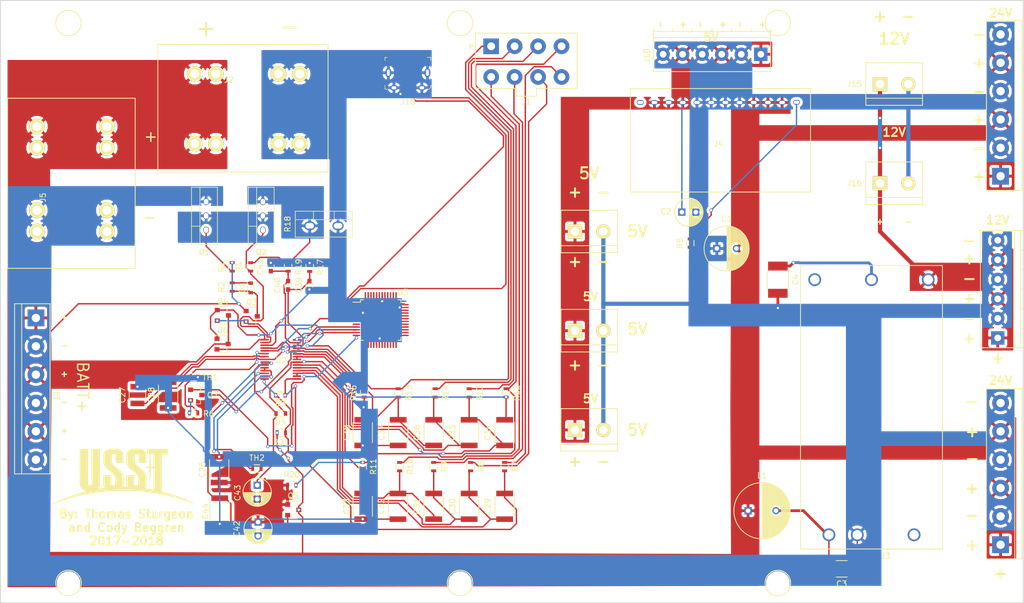
<source format=kicad_pcb>
(kicad_pcb (version 4) (host pcbnew 4.0.7-e2-6376~58~ubuntu16.04.1)
  (layers (0 F.Cu signal) (31 B.Cu signal) (34 B.Paste user) (35 F.Paste user) (36 B.SilkS user) (37 F.SilkS user) (38 B.Mask user) (39 F.Mask user) (44 Edge.Cuts user))
  (net 0 "")
  (net 1 +12V)
  (net 2 GND)
  (net 3 "Net-(C26-Pad2)")
  (net 4 VCC)
  (net 5 BATT_IC_GND)
  (net 6 "Net-(C28-Pad2)")
  (net 7 "Net-(C29-Pad1)")
  (net 8 "Net-(C29-Pad2)")
  (net 9 "Net-(C30-Pad1)")
  (net 10 "Net-(C31-Pad1)")
  (net 11 "Net-(C33-Pad1)")
  (net 12 "Net-(C34-Pad1)")
  (net 13 "Net-(C34-Pad2)")
  (net 14 "Net-(C35-Pad1)")
  (net 15 BOOT_VC1)
  (net 16 "Net-(C38-Pad1)")
  (net 17 SRP)
  (net 18 SRN)
  (net 19 REGSRC)
  (net 20 "Net-(D1-Pad1)")
  (net 21 "Net-(D1-Pad2)")
  (net 22 CELL_1+)
  (net 23 CELL_2+)
  (net 24 CELL_3+)
  (net 25 A)
  (net 26 CELL_5+)
  (net 27 CELL_6+)
  (net 28 CELL_7+)
  (net 29 BATT+)
  (net 30 +5V)
  (net 31 /HighPowerCircuit/CHG)
  (net 32 BOOT_MC)
  (net 33 BOOT_TS1)
  (net 34 "Net-(R6-Pad1)")
  (net 35 /HighPowerCircuit/SENSE_R)
  (net 36 "Net-(TH2-Pad1)")
  (net 37 /HighPowerCircuit/DSG)
  (net 38 SDA)
  (net 39 SCL)
  (net 40 ALERT)
  (net 41 /HighPowerCircuit/CHG_T)
  (net 42 VC5x)
  (net 43 BAT)
  (net 44 USB_D+)
  (net 45 USB_D-)
  (net 46 "Net-(J4-Pad1)")
  (net 47 "Net-(U3-Pad1)")
  (net 48 "Net-(U3-Pad2)")
  (net 49 "Net-(U3-Pad7)")
  (net 50 "Net-(U3-Pad8)")
  (net 51 "Net-(U3-Pad13)")
  (net 52 "Net-(U3-Pad14)")
  (net 53 "Net-(U3-Pad15)")
  (net 54 "Net-(U3-Pad16)")
  (net 55 "Net-(U3-Pad19)")
  (net 56 "Net-(U3-Pad20)")
  (net 57 "Net-(U3-Pad21)")
  (net 58 "Net-(U3-Pad22)")
  (net 59 "Net-(U3-Pad23)")
  (net 60 "Net-(U3-Pad24)")
  (net 61 "Net-(U3-Pad25)")
  (net 62 "Net-(U3-Pad26)")
  (net 63 "Net-(U3-Pad27)")
  (net 64 "Net-(U3-Pad28)")
  (net 65 "Net-(U3-Pad29)")
  (net 66 "Net-(U3-Pad30)")
  (net 67 "Net-(U3-Pad31)")
  (net 68 "Net-(U3-Pad32)")
  (net 69 "Net-(U3-Pad33)")
  (net 70 "Net-(U3-Pad34)")
  (net 71 "Net-(U3-Pad37)")
  (net 72 "Net-(U3-Pad38)")
  (net 73 "Net-(U3-Pad39)")
  (net 74 "Net-(U3-Pad40)")
  (net 75 "Net-(U3-Pad41)")
  (net 76 "Net-(U3-Pad43)")
  (net 77 "Net-(U3-Pad45)")
  (net 78 "Net-(U3-Pad46)")
  (net 79 "Net-(U3-Pad47)")
  (net 80 "Net-(U3-Pad48)")
  (net 81 "Net-(J4-Pad12)")
  (net 82 "Net-(J18-Pad4)")
  (net 83 "Net-(J18-Pad1)")
  (net 84 "Net-(C3-Pad2)")
  (net 85 "Net-(C4-Pad1)")
  (net 86 "Net-(J3-Pad3)")
  (net 87 "Net-(J3-Pad4)")
  (module Capacitors_SMD:C_1812 (layer F.Cu) (at 141.072397 122.146949 90)
    (fp_text reference C37 (at 0 -3 90) (layer F.SilkS))
    (fp_text value "1 uF")
    (pad 1 smd rect (at -2.3 0 90) (size 1 3) (layers F.Cu F.Paste F.Mask) (net 5 BATT_IC_GND))
    (pad 2 smd rect (at 2.3 0 90) (size 1 3) (layers F.Cu F.Paste F.Mask) (net 15 BOOT_VC1))
  )
  (module Connect:1pin (layer F.Cu) (at 209.042 48.768)
    (fp_text reference REF** hide)
    (fp_text value 1pin)
    (pad "" np_thru_hole circle (at 0 0) (size 3.2 3.2) (drill 3.2) (layers *.Cu *.Mask))
  )
  (module Connect:1pin (layer F.Cu) (at 209.042 149.098)
    (fp_text reference REF** hide)
    (fp_text value 1pin)
    (pad "" np_thru_hole circle (at 0 0) (size 3.2 3.2) (drill 3.2) (layers *.Cu *.Mask))
  )
  (module Connect:1pin (layer F.Cu) (at 152.146 48.768)
    (fp_text reference REF** hide)
    (fp_text value 1pin)
    (pad "" np_thru_hole circle (at 0 0) (size 3.2 3.2) (drill 3.2) (layers *.Cu *.Mask))
  )
  (module Connect:1pin (layer F.Cu) (at 152.146 149.098)
    (fp_text reference REF** hide)
    (fp_text value 1pin)
    (pad "" np_thru_hole circle (at 0 0) (size 3.2 3.2) (drill 3.2) (layers *.Cu *.Mask))
  )
  (module Connect:1pin (layer F.Cu) (at 82.042 149.098)
    (fp_text reference REF** hide)
    (fp_text value 1pin)
    (pad "" np_thru_hole circle (at 0 0) (size 3.2 3.2) (drill 3.2) (layers *.Cu *.Mask))
  )
  (module Capacitors_SMD:C_1812 (layer F.Cu) (at 109.0168 128.792 90)
    (fp_text reference C26 (at 0 -3 90) (layer F.SilkS))
    (fp_text value "1 uF")
    (pad 1 smd rect (at -2.3 0 90) (size 1 3) (layers F.Cu F.Paste F.Mask) (net 42 VC5x))
    (pad 2 smd rect (at 2.3 0 90) (size 1 3) (layers F.Cu F.Paste F.Mask) (net 3 "Net-(C26-Pad2)"))
  )
  (module Capacitors_SMD:C_1210 (layer F.Cu) (at 94.3864 115.4176 90)
    (fp_text reference C27 (at 0 -2.7 90) (layer F.SilkS))
    (fp_text value "4.7 uF")
    (pad 1 smd rect (at -1.5 0 90) (size 1 2.5) (layers F.Cu F.Paste F.Mask) (net 4 VCC))
    (pad 2 smd rect (at 1.5 0 90) (size 1 2.5) (layers F.Cu F.Paste F.Mask) (net 5 BATT_IC_GND))
  )
  (module Capacitors_SMD:C_1812 (layer F.Cu) (at 99.8728 115.4176 90)
    (fp_text reference C28 (at 0 -3 90) (layer F.SilkS))
    (fp_text value "1 uF")
    (pad 1 smd rect (at -2.3 0 90) (size 1 3) (layers F.Cu F.Paste F.Mask) (net 5 BATT_IC_GND))
    (pad 2 smd rect (at 2.3 0 90) (size 1 3) (layers F.Cu F.Paste F.Mask) (net 6 "Net-(C28-Pad2)"))
  )
  (module Capacitors_SMD:C_1812 (layer F.Cu) (at 160.122397 135.354949 90)
    (fp_text reference C29 (at 0 -3 90) (layer F.SilkS))
    (fp_text value "1 uF")
    (pad 1 smd rect (at -2.3 0 90) (size 1 3) (layers F.Cu F.Paste F.Mask) (net 7 "Net-(C29-Pad1)"))
    (pad 2 smd rect (at 2.3 0 90) (size 1 3) (layers F.Cu F.Paste F.Mask) (net 8 "Net-(C29-Pad2)"))
  )
  (module Capacitors_SMD:C_1812 (layer F.Cu) (at 153.772397 135.354949 90)
    (fp_text reference C30 (at 0 -3 90) (layer F.SilkS))
    (fp_text value "1 uF")
    (pad 1 smd rect (at -2.3 0 90) (size 1 3) (layers F.Cu F.Paste F.Mask) (net 9 "Net-(C30-Pad1)"))
    (pad 2 smd rect (at 2.3 0 90) (size 1 3) (layers F.Cu F.Paste F.Mask) (net 7 "Net-(C29-Pad1)"))
  )
  (module Capacitors_SMD:C_1812 (layer F.Cu) (at 147.422397 135.354949 90)
    (fp_text reference C31 (at 0 -3 90) (layer F.SilkS))
    (fp_text value "1 uF")
    (pad 1 smd rect (at -2.3 0 90) (size 1 3) (layers F.Cu F.Paste F.Mask) (net 10 "Net-(C31-Pad1)"))
    (pad 2 smd rect (at 2.3 0 90) (size 1 3) (layers F.Cu F.Paste F.Mask) (net 9 "Net-(C30-Pad1)"))
  )
  (module Capacitors_SMD:C_1812 (layer F.Cu) (at 141.021597 135.354949 90)
    (fp_text reference C32 (at 0 -3 90) (layer F.SilkS))
    (fp_text value "1 uF")
    (pad 1 smd rect (at -2.3 0 90) (size 1 3) (layers F.Cu F.Paste F.Mask) (net 42 VC5x))
    (pad 2 smd rect (at 2.3 0 90) (size 1 3) (layers F.Cu F.Paste F.Mask) (net 10 "Net-(C31-Pad1)"))
  )
  (module Capacitors_SMD:C_1812 (layer F.Cu) (at 134.722397 135.354949 270)
    (fp_text reference C33 (at 0.027051 2.896397 270) (layer F.SilkS))
    (fp_text value "1 uF")
    (pad 1 smd rect (at -2.3 0 270) (size 1 3) (layers F.Cu F.Paste F.Mask) (net 11 "Net-(C33-Pad1)"))
    (pad 2 smd rect (at 2.3 0 270) (size 1 3) (layers F.Cu F.Paste F.Mask) (net 42 VC5x))
  )
  (module Capacitors_SMD:C_1812 (layer F.Cu) (at 160.122397 122.146949 90)
    (fp_text reference C34 (at 0 -3 90) (layer F.SilkS))
    (fp_text value "1 uF")
    (pad 1 smd rect (at -2.3 0 90) (size 1 3) (layers F.Cu F.Paste F.Mask) (net 12 "Net-(C34-Pad1)"))
    (pad 2 smd rect (at 2.3 0 90) (size 1 3) (layers F.Cu F.Paste F.Mask) (net 13 "Net-(C34-Pad2)"))
  )
  (module Capacitors_SMD:C_1812 (layer F.Cu) (at 153.772397 122.146949 90)
    (fp_text reference C35 (at 0 -3 90) (layer F.SilkS))
    (fp_text value "1 uF")
    (pad 1 smd rect (at -2.3 0 90) (size 1 3) (layers F.Cu F.Paste F.Mask) (net 14 "Net-(C35-Pad1)"))
    (pad 2 smd rect (at 2.3 0 90) (size 1 3) (layers F.Cu F.Paste F.Mask) (net 12 "Net-(C34-Pad1)"))
  )
  (module Capacitors_SMD:C_1812 (layer F.Cu) (at 147.422397 122.146949 90)
    (fp_text reference C36 (at 0 -3 90) (layer F.SilkS))
    (fp_text value "1 uF")
    (pad 1 smd rect (at -2.3 0 90) (size 1 3) (layers F.Cu F.Paste F.Mask) (net 15 BOOT_VC1))
    (pad 2 smd rect (at 2.3 0 90) (size 1 3) (layers F.Cu F.Paste F.Mask) (net 14 "Net-(C35-Pad1)"))
  )
  (module Capacitors_SMD:C_1812 (layer F.Cu) (at 134.722397 122.146949 270)
    (fp_text reference C38 (at 0.027051 2.896397 270) (layer F.SilkS))
    (fp_text value "1 uF")
    (pad 1 smd rect (at -2.3 0 270) (size 1 3) (layers F.Cu F.Paste F.Mask) (net 16 "Net-(C38-Pad1)"))
    (pad 2 smd rect (at 2.3 0 270) (size 1 3) (layers F.Cu F.Paste F.Mask) (net 5 BATT_IC_GND))
  )
  (module Capacitors_SMD:C_0603 (layer F.Cu) (at 125.1712 95.758 90)
    (fp_text reference C39 (at 0 -1.9 90) (layer F.SilkS))
    (fp_text value 0.1uF)
    (pad 1 smd rect (at -0.75 0 90) (size 0.8 0.75) (layers F.Cu F.Paste F.Mask) (net 5 BATT_IC_GND))
    (pad 2 smd rect (at 0.75 0 90) (size 0.8 0.75) (layers F.Cu F.Paste F.Mask) (net 17 SRP))
  )
  (module Capacitors_SMD:C_0603 (layer F.Cu) (at 121.3612 95.758 90)
    (fp_text reference C40 (at 0 -1.9 90) (layer F.SilkS))
    (fp_text value 0.1uF)
    (pad 1 smd rect (at -0.75 0 90) (size 0.8 0.75) (layers F.Cu F.Paste F.Mask) (net 17 SRP))
    (pad 2 smd rect (at 0.75 0 90) (size 0.8 0.75) (layers F.Cu F.Paste F.Mask) (net 18 SRN))
  )
  (module Capacitors_SMD:C_0603 (layer F.Cu) (at 118.2624 92.468 90)
    (fp_text reference C41 (at 0 -1.9 90) (layer F.SilkS))
    (fp_text value 0.1uF)
    (pad 1 smd rect (at -0.75 0 90) (size 0.8 0.75) (layers F.Cu F.Paste F.Mask) (net 18 SRN))
    (pad 2 smd rect (at 0.75 0 90) (size 0.8 0.75) (layers F.Cu F.Paste F.Mask) (net 5 BATT_IC_GND))
  )
  (module Capacitors_ThroughHole:C_Radial_D5_L11_P2.5 (layer F.Cu) (at 115.9764 138.176 270)
    (fp_text reference C42 (at 1.2192 3.81 270) (layer F.SilkS))
    (fp_text value "10 uF")
    (pad 1 thru_hole rect (at 0 0 270) (size 1.3 1.3) (drill 0.8) (layers *.Cu *.Mask) (net 42 VC5x))
    (pad 2 thru_hole circle (at 2.5 0 270) (size 1.3 1.3) (drill 0.8) (layers *.Cu *.Mask) (net 5 BATT_IC_GND))
  )
  (module Capacitors_ThroughHole:C_Radial_D5_L11_P2.5 (layer F.Cu) (at 115.824 131.572 270)
    (fp_text reference C43 (at 1.3716 3.516 270) (layer F.SilkS))
    (fp_text value "10 uF")
    (pad 1 thru_hole rect (at 0 0 270) (size 1.3 1.3) (drill 0.8) (layers *.Cu *.Mask) (net 43 BAT))
    (pad 2 thru_hole circle (at 2.5 0 270) (size 1.3 1.3) (drill 0.8) (layers *.Cu *.Mask) (net 42 VC5x))
  )
  (module Capacitors_SMD:C_1812 (layer F.Cu) (at 109.1184 136.1948 270)
    (fp_text reference C44 (at 0.0508 2.5908 270) (layer F.SilkS))
    (fp_text value "1 uF")
    (pad 1 smd rect (at -2.3 0 270) (size 1 3) (layers F.Cu F.Paste F.Mask) (net 19 REGSRC))
    (pad 2 smd rect (at 2.3 0 270) (size 1 3) (layers F.Cu F.Paste F.Mask) (net 5 BATT_IC_GND))
  )
  (module Connectors_Molex:Molex_MiniFit-JR-5556-08A_2x04x4.20mm_Straight (layer F.Cu) (at 157.716 52.92)
    (fp_text reference J1 (at 6.3 10) (layer F.SilkS))
    (fp_text value "Cell Voltage Sense")
    (pad 1 thru_hole rect (at 0 0) (size 2.8 2.8) (drill 1.4) (layers *.Cu *.Mask) (net 22 CELL_1+))
    (pad 2 thru_hole circle (at 4.2 0) (size 2.8 2.8) (drill 1.4) (layers *.Cu *.Mask) (net 23 CELL_2+))
    (pad 3 thru_hole circle (at 8.4 0) (size 2.8 2.8) (drill 1.4) (layers *.Cu *.Mask) (net 24 CELL_3+))
    (pad 4 thru_hole circle (at 12.6 0) (size 2.8 2.8) (drill 1.4) (layers *.Cu *.Mask) (net 25 A))
    (pad 5 thru_hole circle (at 0 5.5) (size 2.8 2.8) (drill 1.4) (layers *.Cu *.Mask) (net 26 CELL_5+))
    (pad 6 thru_hole circle (at 4.2 5.5) (size 2.8 2.8) (drill 1.4) (layers *.Cu *.Mask) (net 27 CELL_6+))
    (pad 7 thru_hole circle (at 8.4 5.5) (size 2.8 2.8) (drill 1.4) (layers *.Cu *.Mask) (net 28 CELL_7+))
    (pad 8 thru_hole circle (at 12.6 5.5) (size 2.8 2.8) (drill 1.4) (layers *.Cu *.Mask) (net 29 BATT+))
  )
  (module USST-footprints:Phoenix_Contact_1770539 (layer F.Cu) (at 123.434 70.358 180)
    (fp_text reference J2 (at 12.7 11.43 180) (layer F.SilkS))
    (fp_text value BATT_PWR)
    (pad 1 thru_hole circle (at 0 0 180) (size 2.8 2.8) (drill 1.6) (layers *.Cu *.Mask F.SilkS) (net 5 BATT_IC_GND))
    (pad 1 thru_hole circle (at 3.8 0 180) (size 2.8 2.8) (drill 1.6) (layers *.Cu *.Mask F.SilkS) (net 5 BATT_IC_GND))
    (pad 1 thru_hole circle (at 0 12.5 180) (size 2.8 2.8) (drill 1.6) (layers *.Cu *.Mask F.SilkS) (net 5 BATT_IC_GND))
    (pad 1 thru_hole circle (at 3.8 12.5 180) (size 2.8 2.8) (drill 1.6) (layers *.Cu *.Mask F.SilkS) (net 5 BATT_IC_GND))
    (pad 2 thru_hole circle (at 15 0 180) (size 2.8 2.8) (drill 1.6) (layers *.Cu *.Mask F.SilkS) (net 29 BATT+))
    (pad 2 thru_hole circle (at 18.8 0 180) (size 2.8 2.8) (drill 1.6) (layers *.Cu *.Mask F.SilkS) (net 29 BATT+))
    (pad 2 thru_hole circle (at 15 12.5 180) (size 2.8 2.8) (drill 1.6) (layers *.Cu *.Mask F.SilkS) (net 29 BATT+))
    (pad 2 thru_hole circle (at 18.8 12.5 180) (size 2.8 2.8) (drill 1.6) (layers *.Cu *.Mask F.SilkS) (net 29 BATT+))
  )
  (module USST-footprints:Phoenix_Contact_1770539 (layer F.Cu) (at 88.9 67.31 270)
    (fp_text reference J5 (at 12.7 11.43 270) (layer F.SilkS))
    (fp_text value BACK_EXT_24V)
    (pad 1 thru_hole circle (at 0 0 270) (size 2.8 2.8) (drill 1.6) (layers *.Cu *.Mask F.SilkS) (net 29 BATT+))
    (pad 1 thru_hole circle (at 3.8 0 270) (size 2.8 2.8) (drill 1.6) (layers *.Cu *.Mask F.SilkS) (net 29 BATT+))
    (pad 1 thru_hole circle (at 0 12.5 270) (size 2.8 2.8) (drill 1.6) (layers *.Cu *.Mask F.SilkS) (net 29 BATT+))
    (pad 1 thru_hole circle (at 3.8 12.5 270) (size 2.8 2.8) (drill 1.6) (layers *.Cu *.Mask F.SilkS) (net 29 BATT+))
    (pad 2 thru_hole circle (at 15 0 270) (size 2.8 2.8) (drill 1.6) (layers *.Cu *.Mask F.SilkS) (net 2 GND))
    (pad 2 thru_hole circle (at 18.8 0 270) (size 2.8 2.8) (drill 1.6) (layers *.Cu *.Mask F.SilkS) (net 2 GND))
    (pad 2 thru_hole circle (at 15 12.5 270) (size 2.8 2.8) (drill 1.6) (layers *.Cu *.Mask F.SilkS) (net 2 GND))
    (pad 2 thru_hole circle (at 18.8 12.5 270) (size 2.8 2.8) (drill 1.6) (layers *.Cu *.Mask F.SilkS) (net 2 GND))
  )
  (module USST-footprints:TerminalBlock_Pheonix_PT-5mm_6pol (layer F.Cu) (at 248.92 76.2 90)
    (fp_text reference J7 hide)
    (fp_text value MC_STACK_1)
    (pad 1 thru_hole rect (at 0 0 90) (size 3 3) (drill 1.5) (layers *.Cu *.Mask) (net 29 BATT+))
    (pad 2 thru_hole circle (at 5.08 0 90) (size 3 3) (drill 1.5) (layers *.Cu *.Mask) (net 2 GND))
    (pad 3 thru_hole circle (at 10.16 0 90) (size 3 3) (drill 1.5) (layers *.Cu *.Mask) (net 29 BATT+))
    (pad 4 thru_hole circle (at 15.24 0 90) (size 3 3) (drill 1.5) (layers *.Cu *.Mask) (net 2 GND))
    (pad 5 thru_hole circle (at 20.32 0 90) (size 3 3) (drill 1.5) (layers *.Cu *.Mask) (net 29 BATT+))
    (pad 6 thru_hole circle (at 25.4 0 90) (size 3 3) (drill 1.5) (layers *.Cu *.Mask) (net 2 GND))
  )
  (module USST-footprints:TerminalBlock_Pheonix_PT-5mm_6pol (layer F.Cu) (at 248.92 142.24 90)
    (fp_text reference J8 hide)
    (fp_text value MC_STACK_2)
    (pad 1 thru_hole rect (at 0 0 90) (size 3 3) (drill 1.5) (layers *.Cu *.Mask) (net 29 BATT+))
    (pad 2 thru_hole circle (at 5.08 0 90) (size 3 3) (drill 1.5) (layers *.Cu *.Mask) (net 2 GND))
    (pad 3 thru_hole circle (at 10.16 0 90) (size 3 3) (drill 1.5) (layers *.Cu *.Mask) (net 29 BATT+))
    (pad 4 thru_hole circle (at 15.24 0 90) (size 3 3) (drill 1.5) (layers *.Cu *.Mask) (net 2 GND))
    (pad 5 thru_hole circle (at 20.32 0 90) (size 3 3) (drill 1.5) (layers *.Cu *.Mask) (net 29 BATT+))
    (pad 6 thru_hole circle (at 25.4 0 90) (size 3 3) (drill 1.5) (layers *.Cu *.Mask) (net 2 GND))
  )
  (module USST-footprints:TerminalBlock_Pheonix_PT-5mm_6pol (layer F.Cu) (at 76.2 101.6 270)
    (fp_text reference J9 (at 13.97 -3.81 270) (layer F.SilkS))
    (fp_text value 24V_INT_PWR_BLK)
    (pad 1 thru_hole rect (at 0 0 270) (size 3 3) (drill 1.5) (layers *.Cu *.Mask) (net 29 BATT+))
    (pad 2 thru_hole circle (at 5.08 0 270) (size 3 3) (drill 1.5) (layers *.Cu *.Mask) (net 2 GND))
    (pad 3 thru_hole circle (at 10.16 0 270) (size 3 3) (drill 1.5) (layers *.Cu *.Mask) (net 29 BATT+))
    (pad 4 thru_hole circle (at 15.24 0 270) (size 3 3) (drill 1.5) (layers *.Cu *.Mask) (net 2 GND))
    (pad 5 thru_hole circle (at 20.32 0 270) (size 3 3) (drill 1.5) (layers *.Cu *.Mask) (net 29 BATT+))
    (pad 6 thru_hole circle (at 25.4 0 270) (size 3 3) (drill 1.5) (layers *.Cu *.Mask) (net 2 GND))
  )
  (module Terminal_Blocks:TerminalBlock_Pheonix_PT-3.5mm_6pol (layer F.Cu) (at 205.994 54.356 180)
    (fp_text reference J10 (at 20.406 -0.254 270) (layer F.SilkS))
    (fp_text value 5V_INT_PWR_BLK)
    (pad 2 thru_hole circle (at 3.5 0 180) (size 2.4 2.4) (drill 1.2) (layers *.Cu *.Mask) (net 2 GND))
    (pad 1 thru_hole rect (at 0 0 180) (size 2.4 2.4) (drill 1.2) (layers *.Cu *.Mask) (net 30 +5V))
    (pad 3 thru_hole circle (at 7 0 180) (size 2.4 2.4) (drill 1.2) (layers *.Cu *.Mask) (net 30 +5V))
    (pad 4 thru_hole circle (at 10.5 0 180) (size 2.4 2.4) (drill 1.2) (layers *.Cu *.Mask) (net 2 GND))
    (pad 5 thru_hole circle (at 14 0 180) (size 2.4 2.4) (drill 1.2) (layers *.Cu *.Mask) (net 30 +5V))
    (pad 6 thru_hole circle (at 17.5 0 180) (size 2.4 2.4) (drill 1.2) (layers *.Cu *.Mask) (net 2 GND))
  )
  (module digikey-footprints:USB_Micro_B_Female_10118194-0001LF (layer F.Cu) (at 142.804 60.358 180)
    (fp_text reference J18 (at 0 -2.5 180) (layer F.SilkS))
    (fp_text value USB_OTG)
    (pad 3 smd rect (at 0 0 180) (size 0.4 1.35) (layers F.Cu F.Paste F.Mask) (net 44 USB_D+))
    (pad 4 smd rect (at 0.65 0 180) (size 0.4 1.35) (layers F.Cu F.Paste F.Mask) (net 82 "Net-(J18-Pad4)"))
    (pad 5 smd rect (at 1.3 0 180) (size 0.4 1.35) (layers F.Cu F.Paste F.Mask) (net 5 BATT_IC_GND))
    (pad 2 smd rect (at -0.65 0 180) (size 0.4 1.35) (layers F.Cu F.Paste F.Mask) (net 45 USB_D-))
    (pad 1 smd rect (at -1.3 0 180) (size 0.4 1.35) (layers F.Cu F.Paste F.Mask) (net 83 "Net-(J18-Pad1)"))
    (pad 6 thru_hole oval (at 2.5 0 180) (size 1.25 0.95) (drill oval 0.85 0.55) (layers *.Cu *.Mask) (net 5 BATT_IC_GND))
    (pad 6 thru_hole oval (at -2.5 0 180) (size 1.25 0.95) (drill oval 0.85 0.55) (layers *.Cu *.Mask) (net 5 BATT_IC_GND))
    (pad 6 thru_hole oval (at -3.5 2.7 180) (size 1 1.55) (drill oval 0.5 1.15) (layers *.Cu *.Mask) (net 5 BATT_IC_GND))
    (pad 6 thru_hole oval (at 3.5 2.7 180) (size 1 1.55) (drill oval 0.5 1.15) (layers *.Cu *.Mask) (net 5 BATT_IC_GND))
  )
  (module TO_SOT_Packages_SMD:SOT-23 (layer F.Cu) (at 114.8428 101.3104)
    (fp_text reference Q3 (at 0 -2.5) (layer F.SilkS))
    (fp_text value BSS84)
    (pad 1 smd rect (at -1 -0.95) (size 0.9 0.8) (layers F.Cu F.Paste F.Mask) (net 2 GND))
    (pad 2 smd rect (at -1 0.95) (size 0.9 0.8) (layers F.Cu F.Paste F.Mask) (net 31 /HighPowerCircuit/CHG))
    (pad 3 smd rect (at 1 0) (size 0.9 0.8) (layers F.Cu F.Paste F.Mask) (net 21 "Net-(D1-Pad2)"))
  )
  (module TO_SOT_Packages_SMD:SOT-23 (layer F.Cu) (at 109.6772 101.1428)
    (fp_text reference Q4 (at 0 -2.5) (layer F.SilkS))
    (fp_text value BSS138)
    (pad 1 smd rect (at -1 -0.95) (size 0.9 0.8) (layers F.Cu F.Paste F.Mask) (net 22 CELL_1+))
    (pad 2 smd rect (at -1 0.95) (size 0.9 0.8) (layers F.Cu F.Paste F.Mask) (net 31 /HighPowerCircuit/CHG))
    (pad 3 smd rect (at 1 0) (size 0.9 0.8) (layers F.Cu F.Paste F.Mask) (net 29 BATT+))
  )
  (module TO_SOT_Packages_SMD:SOT-23 (layer F.Cu) (at 122.2756 135.9916)
    (fp_text reference Q5 (at 0 -2.5) (layer F.SilkS))
    (fp_text value BSS138)
    (pad 1 smd rect (at -1 -0.95) (size 0.9 0.8) (layers F.Cu F.Paste F.Mask) (net 42 VC5x))
    (pad 2 smd rect (at -1 0.95) (size 0.9 0.8) (layers F.Cu F.Paste F.Mask) (net 19 REGSRC))
    (pad 3 smd rect (at 1 0) (size 0.9 0.8) (layers F.Cu F.Paste F.Mask) (net 29 BATT+))
  )
  (module Resistors_SMD:R_0603 (layer F.Cu) (at 111.3536 92.456 90)
    (fp_text reference R1 (at 0 -1.9 90) (layer F.SilkS))
    (fp_text value 1M)
    (pad 1 smd rect (at -0.75 0 90) (size 0.5 0.9) (layers F.Cu F.Paste F.Mask) (net 20 "Net-(D1-Pad1)"))
    (pad 2 smd rect (at 0.75 0 90) (size 0.5 0.9) (layers F.Cu F.Paste F.Mask) (net 2 GND))
  )
  (module Resistors_SMD:R_0603 (layer F.Cu) (at 111.3536 96.0628 90)
    (fp_text reference R2 (at 0 -1.9 90) (layer F.SilkS))
    (fp_text value 1M)
    (pad 1 smd rect (at -0.75 0 90) (size 0.5 0.9) (layers F.Cu F.Paste F.Mask) (net 21 "Net-(D1-Pad2)"))
    (pad 2 smd rect (at 0.75 0 90) (size 0.5 0.9) (layers F.Cu F.Paste F.Mask) (net 20 "Net-(D1-Pad1)"))
  )
  (module Resistors_SMD:R_0603 (layer F.Cu) (at 104.4448 118.618 180)
    (fp_text reference R6 (at -2.6924 -0.1524 180) (layer F.SilkS))
    (fp_text value 10k)
    (pad 1 smd rect (at -0.75 0 180) (size 0.5 0.9) (layers F.Cu F.Paste F.Mask) (net 34 "Net-(R6-Pad1)"))
    (pad 2 smd rect (at 0.75 0 180) (size 0.5 0.9) (layers F.Cu F.Paste F.Mask) (net 33 BOOT_TS1))
  )
  (module Resistors_SMD:R_0603 (layer F.Cu) (at 160.122397 128.242949 270)
    (fp_text reference R7 (at 0 -1.9 270) (layer F.SilkS))
    (fp_text value 1k)
    (pad 1 smd rect (at -0.75 0 270) (size 0.5 0.9) (layers F.Cu F.Paste F.Mask) (net 29 BATT+))
    (pad 2 smd rect (at 0.75 0 270) (size 0.5 0.9) (layers F.Cu F.Paste F.Mask) (net 8 "Net-(C29-Pad2)"))
  )
  (module Resistors_SMD:R_0603 (layer F.Cu) (at 154.026397 128.242949 270)
    (fp_text reference R8 (at 0 -1.9 270) (layer F.SilkS))
    (fp_text value 1k)
    (pad 1 smd rect (at -0.75 0 270) (size 0.5 0.9) (layers F.Cu F.Paste F.Mask) (net 28 CELL_7+))
    (pad 2 smd rect (at 0.75 0 270) (size 0.5 0.9) (layers F.Cu F.Paste F.Mask) (net 7 "Net-(C29-Pad1)"))
  )
  (module Resistors_SMD:R_0603 (layer F.Cu) (at 147.422397 128.242949 270)
    (fp_text reference R9 (at 0 -1.9 270) (layer F.SilkS))
    (fp_text value 1k)
    (pad 1 smd rect (at -0.75 0 270) (size 0.5 0.9) (layers F.Cu F.Paste F.Mask) (net 27 CELL_6+))
    (pad 2 smd rect (at 0.75 0 270) (size 0.5 0.9) (layers F.Cu F.Paste F.Mask) (net 9 "Net-(C30-Pad1)"))
  )
  (module Resistors_SMD:R_0603 (layer F.Cu) (at 141.326397 128.242949 270)
    (fp_text reference R10 (at 0 -1.9 270) (layer F.SilkS))
    (fp_text value 1k)
    (pad 1 smd rect (at -0.75 0 270) (size 0.5 0.9) (layers F.Cu F.Paste F.Mask) (net 26 CELL_5+))
    (pad 2 smd rect (at 0.75 0 270) (size 0.5 0.9) (layers F.Cu F.Paste F.Mask) (net 10 "Net-(C31-Pad1)"))
  )
  (module Resistors_SMD:R_0603 (layer F.Cu) (at 134.722397 128.242949 270)
    (fp_text reference R11 (at 0 -1.9 270) (layer F.SilkS))
    (fp_text value 1k)
    (pad 1 smd rect (at -0.75 0 270) (size 0.5 0.9) (layers F.Cu F.Paste F.Mask) (net 25 A))
    (pad 2 smd rect (at 0.75 0 270) (size 0.5 0.9) (layers F.Cu F.Paste F.Mask) (net 11 "Net-(C33-Pad1)"))
  )
  (module Resistors_SMD:R_0603 (layer F.Cu) (at 160.376397 115.034949 270)
    (fp_text reference R12 (at 0 -1.9 270) (layer F.SilkS))
    (fp_text value 1k)
    (pad 1 smd rect (at -0.75 0 270) (size 0.5 0.9) (layers F.Cu F.Paste F.Mask) (net 25 A))
    (pad 2 smd rect (at 0.75 0 270) (size 0.5 0.9) (layers F.Cu F.Paste F.Mask) (net 13 "Net-(C34-Pad2)"))
  )
  (module Resistors_SMD:R_0603 (layer F.Cu) (at 153.772397 115.034949 270)
    (fp_text reference R13 (at 0 -1.9 270) (layer F.SilkS))
    (fp_text value 1k)
    (pad 1 smd rect (at -0.75 0 270) (size 0.5 0.9) (layers F.Cu F.Paste F.Mask) (net 24 CELL_3+))
    (pad 2 smd rect (at 0.75 0 270) (size 0.5 0.9) (layers F.Cu F.Paste F.Mask) (net 12 "Net-(C34-Pad1)"))
  )
  (module Resistors_SMD:R_0603 (layer F.Cu) (at 147.676397 115.034949 270)
    (fp_text reference R14 (at 0 -1.9 270) (layer F.SilkS))
    (fp_text value 1k)
    (pad 1 smd rect (at -0.75 0 270) (size 0.5 0.9) (layers F.Cu F.Paste F.Mask) (net 23 CELL_2+))
    (pad 2 smd rect (at 0.75 0 270) (size 0.5 0.9) (layers F.Cu F.Paste F.Mask) (net 14 "Net-(C35-Pad1)"))
  )
  (module Resistors_SMD:R_0603 (layer F.Cu) (at 141.072397 115.034949 270)
    (fp_text reference R15 (at 0 -1.9 270) (layer F.SilkS))
    (fp_text value 1k)
    (pad 1 smd rect (at -0.75 0 270) (size 0.5 0.9) (layers F.Cu F.Paste F.Mask) (net 22 CELL_1+))
    (pad 2 smd rect (at 0.75 0 270) (size 0.5 0.9) (layers F.Cu F.Paste F.Mask) (net 15 BOOT_VC1))
  )
  (module Resistors_SMD:R_0603 (layer F.Cu) (at 134.976397 115.034949 90)
    (fp_text reference R16 (at 0 -1.9 90) (layer F.SilkS))
    (fp_text value 1k)
    (pad 1 smd rect (at -0.75 0 90) (size 0.5 0.9) (layers F.Cu F.Paste F.Mask) (net 5 BATT_IC_GND))
    (pad 2 smd rect (at 0.75 0 90) (size 0.5 0.9) (layers F.Cu F.Paste F.Mask) (net 16 "Net-(C38-Pad1)"))
  )
  (module Resistors_SMD:R_0603 (layer F.Cu) (at 125.222 92.5068 270)
    (fp_text reference R17 (at 0 -1.9 270) (layer F.SilkS))
    (fp_text value 100)
    (pad 1 smd rect (at -0.75 0 270) (size 0.5 0.9) (layers F.Cu F.Paste F.Mask) (net 5 BATT_IC_GND))
    (pad 2 smd rect (at 0.75 0 270) (size 0.5 0.9) (layers F.Cu F.Paste F.Mask) (net 17 SRP))
  )
  (module Resistors_SMD:R_0603 (layer F.Cu) (at 121.3612 92.468 270)
    (fp_text reference R19 (at 0 -1.9 270) (layer F.SilkS))
    (fp_text value 100)
    (pad 1 smd rect (at -0.75 0 270) (size 0.5 0.9) (layers F.Cu F.Paste F.Mask) (net 35 /HighPowerCircuit/SENSE_R))
    (pad 2 smd rect (at 0.75 0 270) (size 0.5 0.9) (layers F.Cu F.Paste F.Mask) (net 18 SRN))
  )
  (module Resistors_SMD:R_0603 (layer F.Cu) (at 122.0096 131.572)
    (fp_text reference R20 (at 0 -1.9) (layer F.SilkS))
    (fp_text value 100)
    (pad 1 smd rect (at -0.75 0) (size 0.5 0.9) (layers F.Cu F.Paste F.Mask) (net 42 VC5x))
    (pad 2 smd rect (at 0.75 0) (size 0.5 0.9) (layers F.Cu F.Paste F.Mask) (net 25 A))
  )
  (module Resistors_SMD:R_0603 (layer F.Cu) (at 120.142 122.174)
    (fp_text reference R21 (at 0 1.778) (layer F.SilkS))
    (fp_text value 100)
    (pad 1 smd rect (at -0.75 0) (size 0.5 0.9) (layers F.Cu F.Paste F.Mask) (net 29 BATT+))
    (pad 2 smd rect (at 0.75 0) (size 0.5 0.9) (layers F.Cu F.Paste F.Mask) (net 43 BAT))
  )
  (module Resistors_SMD:R_0603 (layer F.Cu) (at 104.4448 112.2172)
    (fp_text reference TH1 (at 2.9464 0.0508) (layer F.SilkS))
    (fp_text value 10k)
    (pad 1 smd rect (at -0.75 0) (size 0.5 0.9) (layers F.Cu F.Paste F.Mask) (net 34 "Net-(R6-Pad1)"))
    (pad 2 smd rect (at 0.75 0) (size 0.5 0.9) (layers F.Cu F.Paste F.Mask) (net 5 BATT_IC_GND))
  )
  (module Resistors_SMD:R_0603 (layer F.Cu) (at 115.7732 128.5748)
    (fp_text reference TH2 (at 0 -1.9) (layer F.SilkS))
    (fp_text value 10k)
    (pad 1 smd rect (at -0.75 0) (size 0.5 0.9) (layers F.Cu F.Paste F.Mask) (net 36 "Net-(TH2-Pad1)"))
    (pad 2 smd rect (at 0.75 0) (size 0.5 0.9) (layers F.Cu F.Paste F.Mask) (net 42 VC5x))
  )
  (module USST-footprints:30-TSSOP (layer F.Cu) (at 122.2248 119.4628)
    (fp_text reference U2 (at -2.1336 -10.2428) (layer F.SilkS))
    (fp_text value bq76930)
    (pad 1 smd rect (at -5.08 -13.97) (size 1.5 0.3) (layers F.Cu F.Paste F.Mask) (net 37 /HighPowerCircuit/DSG))
    (pad 2 smd rect (at -5.08 -13.47) (size 1.5 0.3) (layers F.Cu F.Paste F.Mask) (net 31 /HighPowerCircuit/CHG))
    (pad 3 smd rect (at -5.08 -12.97) (size 1.5 0.3) (layers F.Cu F.Paste F.Mask) (net 5 BATT_IC_GND))
    (pad 4 smd rect (at -5.08 -12.47) (size 1.5 0.3) (layers F.Cu F.Paste F.Mask) (net 38 SDA))
    (pad 5 smd rect (at -5.08 -11.97) (size 1.5 0.3) (layers F.Cu F.Paste F.Mask) (net 39 SCL))
    (pad 6 smd rect (at -5.08 -11.47) (size 1.5 0.3) (layers F.Cu F.Paste F.Mask) (net 34 "Net-(R6-Pad1)"))
    (pad 7 smd rect (at -5.08 -10.93) (size 1.5 0.3) (layers F.Cu F.Paste F.Mask) (net 6 "Net-(C28-Pad2)"))
    (pad 8 smd rect (at -5.08 -10.43) (size 1.5 0.3) (layers F.Cu F.Paste F.Mask) (net 4 VCC))
    (pad 9 smd rect (at -5.08 -9.93) (size 1.5 0.3) (layers F.Cu F.Paste F.Mask) (net 19 REGSRC))
    (pad 10 smd rect (at -5.08 -9.43) (size 1.5 0.3) (layers F.Cu F.Paste F.Mask) (net 42 VC5x))
    (pad 11 smd rect (at -5.08 -8.93) (size 1.5 0.3) (layers F.Cu F.Paste F.Mask) (net 3 "Net-(C26-Pad2)"))
    (pad 12 smd rect (at -5.08 -8.43) (size 1.5 0.3) (layers F.Cu F.Paste F.Mask) (net 3 "Net-(C26-Pad2)"))
    (pad 13 smd rect (at -5.08 -7.93) (size 1.5 0.3) (layers F.Cu F.Paste F.Mask) (net 36 "Net-(TH2-Pad1)"))
    (pad 14 smd rect (at -5.08 -7.43) (size 1.5 0.3) (layers F.Cu F.Paste F.Mask) (net 3 "Net-(C26-Pad2)"))
    (pad 15 smd rect (at -5.08 -6.93) (size 1.5 0.3) (layers F.Cu F.Paste F.Mask) (net 43 BAT))
    (pad 16 smd rect (at 0.72 -6.93) (size 1.5 0.3) (layers F.Cu F.Paste F.Mask) (net 8 "Net-(C29-Pad2)"))
    (pad 17 smd rect (at 0.72 -7.43) (size 1.5 0.3) (layers F.Cu F.Paste F.Mask) (net 7 "Net-(C29-Pad1)"))
    (pad 18 smd rect (at 0.72 -7.93) (size 1.5 0.3) (layers F.Cu F.Paste F.Mask) (net 7 "Net-(C29-Pad1)"))
    (pad 19 smd rect (at 0.72 -8.43) (size 1.5 0.3) (layers F.Cu F.Paste F.Mask) (net 9 "Net-(C30-Pad1)"))
    (pad 20 smd rect (at 0.72 -8.93) (size 1.5 0.3) (layers F.Cu F.Paste F.Mask) (net 10 "Net-(C31-Pad1)"))
    (pad 21 smd rect (at 0.72 -9.43) (size 1.5 0.3) (layers F.Cu F.Paste F.Mask) (net 11 "Net-(C33-Pad1)"))
    (pad 22 smd rect (at 0.72 -9.93) (size 1.5 0.3) (layers F.Cu F.Paste F.Mask) (net 13 "Net-(C34-Pad2)"))
    (pad 23 smd rect (at 0.72 -10.43) (size 1.5 0.3) (layers F.Cu F.Paste F.Mask) (net 12 "Net-(C34-Pad1)"))
    (pad 24 smd rect (at 0.72 -10.93) (size 1.5 0.3) (layers F.Cu F.Paste F.Mask) (net 12 "Net-(C34-Pad1)"))
    (pad 25 smd rect (at 0.72 -11.43) (size 1.5 0.3) (layers F.Cu F.Paste F.Mask) (net 14 "Net-(C35-Pad1)"))
    (pad 26 smd rect (at 0.72 -11.93) (size 1.5 0.3) (layers F.Cu F.Paste F.Mask) (net 15 BOOT_VC1))
    (pad 27 smd rect (at 0.72 -12.43) (size 1.5 0.3) (layers F.Cu F.Paste F.Mask) (net 16 "Net-(C38-Pad1)"))
    (pad 28 smd rect (at 0.72 -12.93) (size 1.5 0.3) (layers F.Cu F.Paste F.Mask) (net 17 SRP))
    (pad 29 smd rect (at 0.72 -13.43) (size 1.5 0.3) (layers F.Cu F.Paste F.Mask) (net 18 SRN))
    (pad 30 smd rect (at 0.72 -13.93) (size 1.5 0.3) (layers F.Cu F.Paste F.Mask) (net 40 ALERT))
  )
  (module USST-footprints:TQFP-48_7x7mm_Pitch0.5mm (layer F.Cu) (at 137.942 101.9744)
    (fp_text reference U3 (at 3.95 -4.968892) (layer F.SilkS))
    (fp_text value SAMD21)
    (pad 1 smd rect (at -4.35 -2.75) (size 1.3 0.25) (layers F.Cu F.Paste F.Mask) (net 47 "Net-(U3-Pad1)"))
    (pad 2 smd rect (at -4.35 -2.25) (size 1.3 0.25) (layers F.Cu F.Paste F.Mask) (net 48 "Net-(U3-Pad2)"))
    (pad 3 smd rect (at -4.35 -1.75) (size 1.3 0.25) (layers F.Cu F.Paste F.Mask) (net 45 USB_D-))
    (pad 4 smd rect (at -4.35 -1.25) (size 1.3 0.25) (layers F.Cu F.Paste F.Mask) (net 44 USB_D+))
    (pad 5 smd rect (at -4.35 -0.75) (size 1.3 0.25) (layers F.Cu F.Paste F.Mask) (net 5 BATT_IC_GND))
    (pad 6 smd rect (at -4.35 -0.25) (size 1.3 0.25) (layers F.Cu F.Paste F.Mask) (net 4 VCC))
    (pad 7 smd rect (at -4.35 0.25) (size 1.3 0.25) (layers F.Cu F.Paste F.Mask) (net 49 "Net-(U3-Pad7)"))
    (pad 8 smd rect (at -4.35 0.75) (size 1.3 0.25) (layers F.Cu F.Paste F.Mask) (net 50 "Net-(U3-Pad8)"))
    (pad 9 smd rect (at -4.35 1.25) (size 1.3 0.25) (layers F.Cu F.Paste F.Mask) (net 39 SCL))
    (pad 10 smd rect (at -4.35 1.75) (size 1.3 0.25) (layers F.Cu F.Paste F.Mask) (net 38 SDA))
    (pad 11 smd rect (at -4.35 2.25) (size 1.3 0.25) (layers F.Cu F.Paste F.Mask) (net 40 ALERT))
    (pad 12 smd rect (at -4.35 2.75) (size 1.3 0.25) (layers F.Cu F.Paste F.Mask) (net 32 BOOT_MC))
    (pad 13 smd rect (at -2.75 4.35 90) (size 1.3 0.25) (layers F.Cu F.Paste F.Mask) (net 51 "Net-(U3-Pad13)"))
    (pad 14 smd rect (at -2.25 4.35 90) (size 1.3 0.25) (layers F.Cu F.Paste F.Mask) (net 52 "Net-(U3-Pad14)"))
    (pad 15 smd rect (at -1.75 4.35 90) (size 1.3 0.25) (layers F.Cu F.Paste F.Mask) (net 53 "Net-(U3-Pad15)"))
    (pad 16 smd rect (at -1.25 4.35 90) (size 1.3 0.25) (layers F.Cu F.Paste F.Mask) (net 54 "Net-(U3-Pad16)"))
    (pad 17 smd rect (at -0.75 4.35 90) (size 1.3 0.25) (layers F.Cu F.Paste F.Mask) (net 4 VCC))
    (pad 18 smd rect (at -0.25 4.35 90) (size 1.3 0.25) (layers F.Cu F.Paste F.Mask) (net 5 BATT_IC_GND))
    (pad 19 smd rect (at 0.25 4.35 90) (size 1.3 0.25) (layers F.Cu F.Paste F.Mask) (net 55 "Net-(U3-Pad19)"))
    (pad 20 smd rect (at 0.75 4.35 90) (size 1.3 0.25) (layers F.Cu F.Paste F.Mask) (net 56 "Net-(U3-Pad20)"))
    (pad 21 smd rect (at 1.25 4.35 90) (size 1.3 0.25) (layers F.Cu F.Paste F.Mask) (net 57 "Net-(U3-Pad21)"))
    (pad 22 smd rect (at 1.75 4.35 90) (size 1.3 0.25) (layers F.Cu F.Paste F.Mask) (net 58 "Net-(U3-Pad22)"))
    (pad 23 smd rect (at 2.25 4.35 90) (size 1.3 0.25) (layers F.Cu F.Paste F.Mask) (net 59 "Net-(U3-Pad23)"))
    (pad 24 smd rect (at 2.75 4.35 90) (size 1.3 0.25) (layers F.Cu F.Paste F.Mask) (net 60 "Net-(U3-Pad24)"))
    (pad 25 smd rect (at 4.35 2.75) (size 1.3 0.25) (layers F.Cu F.Paste F.Mask) (net 61 "Net-(U3-Pad25)"))
    (pad 26 smd rect (at 4.35 2.25) (size 1.3 0.25) (layers F.Cu F.Paste F.Mask) (net 62 "Net-(U3-Pad26)"))
    (pad 27 smd rect (at 4.35 1.75) (size 1.3 0.25) (layers F.Cu F.Paste F.Mask) (net 63 "Net-(U3-Pad27)"))
    (pad 28 smd rect (at 4.35 1.25) (size 1.3 0.25) (layers F.Cu F.Paste F.Mask) (net 64 "Net-(U3-Pad28)"))
    (pad 29 smd rect (at 4.35 0.75) (size 1.3 0.25) (layers F.Cu F.Paste F.Mask) (net 65 "Net-(U3-Pad29)"))
    (pad 30 smd rect (at 4.35 0.25) (size 1.3 0.25) (layers F.Cu F.Paste F.Mask) (net 66 "Net-(U3-Pad30)"))
    (pad 31 smd rect (at 4.35 -0.25) (size 1.3 0.25) (layers F.Cu F.Paste F.Mask) (net 67 "Net-(U3-Pad31)"))
    (pad 32 smd rect (at 4.35 -0.75) (size 1.3 0.25) (layers F.Cu F.Paste F.Mask) (net 68 "Net-(U3-Pad32)"))
    (pad 33 smd rect (at 4.35 -1.25) (size 1.3 0.25) (layers F.Cu F.Paste F.Mask) (net 69 "Net-(U3-Pad33)"))
    (pad 34 smd rect (at 4.35 -1.75) (size 1.3 0.25) (layers F.Cu F.Paste F.Mask) (net 70 "Net-(U3-Pad34)"))
    (pad 35 smd rect (at 4.35 -2.25) (size 1.3 0.25) (layers F.Cu F.Paste F.Mask) (net 5 BATT_IC_GND))
    (pad 36 smd rect (at 4.35 -2.75) (size 1.3 0.25) (layers F.Cu F.Paste F.Mask) (net 4 VCC))
    (pad 37 smd rect (at 2.75 -4.35 90) (size 1.3 0.25) (layers F.Cu F.Paste F.Mask) (net 71 "Net-(U3-Pad37)"))
    (pad 38 smd rect (at 2.25 -4.35 90) (size 1.3 0.25) (layers F.Cu F.Paste F.Mask) (net 72 "Net-(U3-Pad38)"))
    (pad 39 smd rect (at 1.75 -4.35 90) (size 1.3 0.25) (layers F.Cu F.Paste F.Mask) (net 73 "Net-(U3-Pad39)"))
    (pad 40 smd rect (at 1.25 -4.35 90) (size 1.3 0.25) (layers F.Cu F.Paste F.Mask) (net 74 "Net-(U3-Pad40)"))
    (pad 41 smd rect (at 0.75 -4.35 90) (size 1.3 0.25) (layers F.Cu F.Paste F.Mask) (net 75 "Net-(U3-Pad41)"))
    (pad 42 smd rect (at 0.25 -4.35 90) (size 1.3 0.25) (layers F.Cu F.Paste F.Mask) (net 5 BATT_IC_GND))
    (pad 43 smd rect (at -0.25 -4.35 90) (size 1.3 0.25) (layers F.Cu F.Paste F.Mask) (net 76 "Net-(U3-Pad43)"))
    (pad 44 smd rect (at -0.75 -4.35 90) (size 1.3 0.25) (layers F.Cu F.Paste F.Mask) (net 4 VCC))
    (pad 45 smd rect (at -1.25 -4.35 90) (size 1.3 0.25) (layers F.Cu F.Paste F.Mask) (net 77 "Net-(U3-Pad45)"))
    (pad 46 smd rect (at -1.75 -4.35 90) (size 1.3 0.25) (layers F.Cu F.Paste F.Mask) (net 78 "Net-(U3-Pad46)"))
    (pad 47 smd rect (at -2.25 -4.35 90) (size 1.3 0.25) (layers F.Cu F.Paste F.Mask) (net 79 "Net-(U3-Pad47)"))
    (pad 48 smd rect (at -2.75 -4.35 90) (size 1.3 0.25) (layers F.Cu F.Paste F.Mask) (net 80 "Net-(U3-Pad48)"))
  )
  (module Capacitors_ThroughHole:C_Radial_D5_L11_P2.5 (layer F.Cu) (at 191.8608 82.6516)
    (fp_text reference C2 (at -2.8848 -0.1016) (layer F.SilkS))
    (fp_text value 10uF)
    (pad 1 thru_hole rect (at 0 0) (size 1.3 1.3) (drill 0.8) (layers *.Cu *.Mask) (net 30 +5V))
    (pad 2 thru_hole circle (at 2.5 0) (size 1.3 1.3) (drill 0.8) (layers *.Cu *.Mask) (net 2 GND))
  )
  (module Resistors_SMD:R_0603 (layer F.Cu) (at 114.6556 92.456 90)
    (fp_text reference R4 (at 0 -1.9 90) (layer F.SilkS))
    (fp_text value 1M)
    (pad 1 smd rect (at -0.75 0 90) (size 0.5 0.9) (layers F.Cu F.Paste F.Mask) (net 37 /HighPowerCircuit/DSG))
    (pad 2 smd rect (at 0.75 0 90) (size 0.5 0.9) (layers F.Cu F.Paste F.Mask) (net 35 /HighPowerCircuit/SENSE_R))
  )
  (module Resistors_SMD:R_0603 (layer F.Cu) (at 193.3568 88.1888 270)
    (fp_text reference R5 (at 0 1.8408 450) (layer F.SilkS))
    (fp_text value 2k)
    (pad 1 smd rect (at -0.75 0 270) (size 0.5 0.9) (layers F.Cu F.Paste F.Mask) (net 46 "Net-(J4-Pad1)"))
    (pad 2 smd rect (at 0.75 0 270) (size 0.5 0.9) (layers F.Cu F.Paste F.Mask) (net 29 BATT+))
  )
  (module USST-footprints:SIP12_R-7xxx (layer F.Cu) (at 198.384 57.452 180)
    (fp_text reference J4 (at 0 -12.962 180) (layer F.SilkS))
    (fp_text value "5V POWER SUPPLY")
    (pad 1 thru_hole oval (at -14 -5.5 180) (size 1.2 0.85) (drill oval 1 0.55) (layers *.Cu *.Mask) (net 46 "Net-(J4-Pad1)"))
    (pad 2 thru_hole oval (at -11.42 -5.54 180) (size 1.2 0.85) (drill oval 1 0.55) (layers *.Cu *.Mask) (net 29 BATT+))
    (pad 3 thru_hole oval (at -8.88 -5.54 180) (size 1.2 0.85) (drill oval 1 0.55) (layers *.Cu *.Mask) (net 29 BATT+))
    (pad 4 thru_hole oval (at -6.34 -5.54 180) (size 1.2 0.85) (drill oval 1 0.55) (layers *.Cu *.Mask) (net 29 BATT+))
    (pad 5 thru_hole oval (at -3.8 -5.54 180) (size 1.2 0.85) (drill oval 1 0.55) (layers *.Cu *.Mask) (net 2 GND))
    (pad 6 thru_hole oval (at -1.26 -5.54 180) (size 1.2 0.85) (drill oval 1 0.55) (layers *.Cu *.Mask) (net 2 GND))
    (pad 7 thru_hole oval (at 1.28 -5.54 180) (size 1.2 0.85) (drill oval 1 0.55) (layers *.Cu *.Mask) (net 2 GND))
    (pad 8 thru_hole oval (at 3.82 -5.54 180) (size 1.2 0.85) (drill oval 1 0.55) (layers *.Cu *.Mask) (net 2 GND))
    (pad 9 thru_hole oval (at 6.36 -5.54 180) (size 1.2 0.85) (drill oval 1 0.55) (layers *.Cu *.Mask) (net 30 +5V))
    (pad 10 thru_hole oval (at 8.9 -5.54 180) (size 1.2 0.85) (drill oval 1 0.55) (layers *.Cu *.Mask) (net 30 +5V))
    (pad 11 thru_hole oval (at 11.44 -5.54 180) (size 1.2 0.85) (drill oval 1 0.55) (layers *.Cu *.Mask) (net 30 +5V))
    (pad 12 thru_hole oval (at 13.98 -5.54 180) (size 1.2 0.85) (drill oval 1 0.55) (layers *.Cu *.Mask) (net 81 "Net-(J4-Pad12)"))
  )
  (module TO_SOT_Packages_SMD:SOT-23 (layer F.Cu) (at 109.6264 106.2736)
    (fp_text reference Q6 (at 0 -2.5) (layer F.SilkS))
    (fp_text value BSS138)
    (pad 1 smd rect (at -1 -0.95) (size 0.9 0.8) (layers F.Cu F.Paste F.Mask) (net 22 CELL_1+))
    (pad 2 smd rect (at -1 0.95) (size 0.9 0.8) (layers F.Cu F.Paste F.Mask) (net 37 /HighPowerCircuit/DSG))
    (pad 3 smd rect (at 1 0) (size 0.9 0.8) (layers F.Cu F.Paste F.Mask) (net 29 BATT+))
  )
  (module TO_SOT_Packages_SMD:SOT-23 (layer F.Cu) (at 104.902 115.4176)
    (fp_text reference Q7 (at 2.9464 0.0508) (layer F.SilkS))
    (fp_text value BSS138)
    (pad 1 smd rect (at -1 -0.95) (size 0.9 0.8) (layers F.Cu F.Paste F.Mask) (net 32 BOOT_MC))
    (pad 2 smd rect (at -1 0.95) (size 0.9 0.8) (layers F.Cu F.Paste F.Mask) (net 33 BOOT_TS1))
    (pad 3 smd rect (at 1 0) (size 0.9 0.8) (layers F.Cu F.Paste F.Mask) (net 15 BOOT_VC1))
  )
  (module USST-footprints:TO-220AB (layer F.Cu) (at 106.68 83.312 90)
    (fp_text reference Q1 (at -6.5024 -0.3048 180) (layer F.SilkS))
    (fp_text value IRF3205)
    (pad 1 thru_hole oval (at -2.54 0 90) (size 1.2 1) (drill oval 1 0.8) (layers *.Cu *.Mask) (net 20 "Net-(D1-Pad1)"))
    (pad 2 thru_hole oval (at 0 0 90) (size 1.2 1) (drill oval 1 0.8) (layers *.Cu *.Mask) (net 41 /HighPowerCircuit/CHG_T))
    (pad 3 thru_hole oval (at 2.54 0 90) (size 1.2 1) (drill oval 1 0.8) (layers *.Cu *.Mask) (net 2 GND))
  )
  (module USST-footprints:TO-220AB (layer F.Cu) (at 116.84 83.312 90)
    (fp_text reference Q2 (at -6.5024 -0.3048 180) (layer F.SilkS))
    (fp_text value IRF3205)
    (pad 1 thru_hole oval (at -2.54 0 90) (size 1.2 1) (drill oval 1 0.8) (layers *.Cu *.Mask) (net 37 /HighPowerCircuit/DSG))
    (pad 2 thru_hole oval (at 0 0 90) (size 1.2 1) (drill oval 1 0.8) (layers *.Cu *.Mask) (net 41 /HighPowerCircuit/CHG_T))
    (pad 3 thru_hole oval (at 2.54 0 90) (size 1.2 1) (drill oval 1 0.8) (layers *.Cu *.Mask) (net 35 /HighPowerCircuit/SENSE_R))
  )
  (module USST-footprints:TO-220AB-2-Resistor (layer F.Cu) (at 127.762 85.09)
    (fp_text reference R18 (at -6.5024 -0.3048 90) (layer F.SilkS))
    (fp_text value 5m)
    (pad 1 thru_hole oval (at -2.54 0) (size 2 1.51) (drill oval 1.5 1) (layers *.Cu *.Mask) (net 35 /HighPowerCircuit/SENSE_R))
    (pad 2 thru_hole oval (at 2.54 0) (size 2 1.51) (drill oval 1.5 1) (layers *.Cu *.Mask) (net 5 BATT_IC_GND))
  )
  (module Diodes_SMD:D_0603 (layer F.Cu) (at 114.6556 96.2152 270)
    (fp_text reference D1 (at 0 1.5 270) (layer F.SilkS))
    (fp_text value D_Small_ALT)
    (pad 1 smd rect (at -0.85 0 270) (size 0.6 0.8) (layers F.Cu F.Paste F.Mask) (net 20 "Net-(D1-Pad1)"))
    (pad 2 smd rect (at 0.85 0 270) (size 0.6 0.8) (layers F.Cu F.Paste F.Mask) (net 21 "Net-(D1-Pad2)"))
  )
  (module Diodes_SMD:D_0603 (layer F.Cu) (at 119.9896 115.4684)
    (fp_text reference D3 (at 0 1.5) (layer F.SilkS))
    (fp_text value D_Small)
    (pad 1 smd rect (at -0.85 0) (size 0.6 0.8) (layers F.Cu F.Paste F.Mask) (net 43 BAT))
    (pad 2 smd rect (at 0.85 0) (size 0.6 0.8) (layers F.Cu F.Paste F.Mask) (net 8 "Net-(C29-Pad2)"))
  )
  (module Diodes_SMD:D_0603 (layer F.Cu) (at 120.0404 118.7196)
    (fp_text reference D4 (at 0 1.5) (layer F.SilkS))
    (fp_text value D_Small)
    (pad 1 smd rect (at -0.85 0) (size 0.6 0.8) (layers F.Cu F.Paste F.Mask) (net 42 VC5x))
    (pad 2 smd rect (at 0.85 0) (size 0.6 0.8) (layers F.Cu F.Paste F.Mask) (net 13 "Net-(C34-Pad2)"))
  )
  (module USST-footprints:USSTLOGO (layer F.Cu) (at 91.9 130.002)
    (fp_text reference G*** hide)
    (fp_text value LOGO hide)
  )
  (module USST-footprints:Molex_39531_1002 (layer F.Cu) (at 175.26 103.886)
    (fp_text reference J6 hide)
    (fp_text value 5V-Extra)
    (pad 1 thru_hole rect (at -2.54 0) (size 2.54 2.54) (drill 1.524) (layers *.Cu *.Mask F.SilkS) (net 30 +5V))
    (pad 2 thru_hole circle (at 2.54 0) (size 2.54 2.54) (drill 1.524) (layers *.Cu *.Mask F.SilkS) (net 2 GND))
  )
  (module USST-footprints:Molex_39531_1002 (layer F.Cu) (at 175.26 121.666)
    (fp_text reference J11 hide)
    (fp_text value 5V-Extra)
    (pad 1 thru_hole rect (at -2.54 0) (size 2.54 2.54) (drill 1.524) (layers *.Cu *.Mask F.SilkS) (net 30 +5V))
    (pad 2 thru_hole circle (at 2.54 0) (size 2.54 2.54) (drill 1.524) (layers *.Cu *.Mask F.SilkS) (net 2 GND))
  )
  (module USST-footprints:Molex_39531_1002 (layer F.Cu) (at 175.26 86.106)
    (fp_text reference J12 hide)
    (fp_text value 5V-Extra)
    (pad 1 thru_hole rect (at -2.54 0) (size 2.54 2.54) (drill 1.524) (layers *.Cu *.Mask F.SilkS) (net 30 +5V))
    (pad 2 thru_hole circle (at 2.54 0) (size 2.54 2.54) (drill 1.524) (layers *.Cu *.Mask F.SilkS) (net 2 GND))
  )
  (module Terminal_Blocks:TerminalBlock_Pheonix_PT-3.5mm_6pol (layer F.Cu) (at 248.412 105.186 90)
    (fp_text reference J14 hide)
    (fp_text value 12V_INT_PWR_BLK)
    (pad 2 thru_hole circle (at 3.5 0 90) (size 2.4 2.4) (drill 1.2) (layers *.Cu *.Mask) (net 2 GND))
    (pad 1 thru_hole rect (at 0 0 90) (size 2.4 2.4) (drill 1.2) (layers *.Cu *.Mask) (net 1 +12V))
    (pad 3 thru_hole circle (at 7 0 90) (size 2.4 2.4) (drill 1.2) (layers *.Cu *.Mask) (net 1 +12V))
    (pad 4 thru_hole circle (at 10.5 0 90) (size 2.4 2.4) (drill 1.2) (layers *.Cu *.Mask) (net 2 GND))
    (pad 5 thru_hole circle (at 14 0 90) (size 2.4 2.4) (drill 1.2) (layers *.Cu *.Mask) (net 1 +12V))
    (pad 6 thru_hole circle (at 17.5 0 90) (size 2.4 2.4) (drill 1.2) (layers *.Cu *.Mask) (net 2 GND))
  )
  (module USST-footprints:Molex_39531_1002 (layer F.Cu) (at 229.87 59.69)
    (fp_text reference J15 (at -7.112 0) (layer F.SilkS))
    (fp_text value 12V-Extra)
    (pad 1 thru_hole rect (at -2.54 0) (size 2.54 2.54) (drill 1.524) (layers *.Cu *.Mask F.SilkS) (net 1 +12V))
    (pad 2 thru_hole circle (at 2.54 0) (size 2.54 2.54) (drill 1.524) (layers *.Cu *.Mask F.SilkS) (net 2 GND))
  )
  (module USST-footprints:Molex_39531_1002 (layer F.Cu) (at 229.87 77.47)
    (fp_text reference J16 (at -7.112 0) (layer F.SilkS))
    (fp_text value 12V-Extra)
    (pad 1 thru_hole rect (at -2.54 0) (size 2.54 2.54) (drill 1.524) (layers *.Cu *.Mask F.SilkS) (net 1 +12V))
    (pad 2 thru_hole circle (at 2.54 0) (size 2.54 2.54) (drill 1.524) (layers *.Cu *.Mask F.SilkS) (net 2 GND))
  )
  (module Connect:1pin (layer F.Cu) (at 82.042 48.768)
    (fp_text reference REF** hide)
    (fp_text value 1pin)
    (pad "" np_thru_hole circle (at 0 0) (size 3.2 3.2) (drill 3.2) (layers *.Cu *.Mask))
  )
  (module Resistors_SMD:R_1210 (layer F.Cu) (at 220.472 146.558 180)
    (fp_text reference C3 (at 0 -2.7 180) (layer F.SilkS))
    (fp_text value 6.8uF)
    (pad 1 smd rect (at -1.45 0 180) (size 0.9 2.5) (layers F.Cu F.Paste F.Mask) (net 2 GND))
    (pad 2 smd rect (at 1.45 0 180) (size 0.9 2.5) (layers F.Cu F.Paste F.Mask) (net 84 "Net-(C3-Pad2)"))
  )
  (module Resistors_SMD:R_1812 (layer F.Cu) (at 209.042 94.742 270)
    (fp_text reference C4 (at 0 -3.175 270) (layer F.SilkS))
    (fp_text value "6.8 nF")
    (pad 1 smd rect (at -2.4384 0 270) (size 1.6 3.5) (layers F.Cu F.Paste F.Mask) (net 85 "Net-(C4-Pad1)"))
    (pad 2 smd rect (at 2.4384 0 270) (size 1.6 3.5) (layers F.Cu F.Paste F.Mask) (net 2 GND))
  )
  (module Capacitors_ThroughHole:C_Radial_D8_L11.5_P3.5 (layer F.Cu) (at 198.12 89.154)
    (fp_text reference C1 (at 1.75 -5.3) (layer F.SilkS))
    (fp_text value 100uF)
    (pad 2 thru_hole circle (at 3.5 0) (size 1.3 1.3) (drill 0.8) (layers *.Cu *.Mask) (net 29 BATT+))
    (pad 1 thru_hole rect (at 0 0) (size 1.3 1.3) (drill 0.8) (layers *.Cu *.Mask) (net 2 GND))
  )
  (module USST-footprints:Recom-12V60W-RPA60-FW (layer F.Cu) (at 225.806 117.602 90)
    (fp_text reference J3 (at -26.67 2.54 180) (layer F.SilkS))
    (fp_text value "12V 60W PWR Supp")
    (pad 1 thru_hole circle (at -22.86 -7.62 90) (size 2.3 2.3) (drill 1.7) (layers *.Cu *.Mask) (net 84 "Net-(C3-Pad2)"))
    (pad 2 thru_hole circle (at -22.86 -2.54 90) (size 2.3 2.3) (drill 1.7) (layers *.Cu *.Mask) (net 2 GND))
    (pad 3 thru_hole circle (at -22.86 7.62 90) (size 2.3 2.3) (drill 1.7) (layers *.Cu *.Mask) (net 86 "Net-(J3-Pad3)"))
    (pad 4 thru_hole circle (at 22.86 -10.16 90) (size 2.3 2.3) (drill 1.7) (layers *.Cu *.Mask) (net 87 "Net-(J3-Pad4)"))
    (pad 5 thru_hole circle (at 22.86 0 90) (size 2.3 2.3) (drill 1.7) (layers *.Cu *.Mask) (net 85 "Net-(C4-Pad1)"))
    (pad 6 thru_hole circle (at 22.86 10.16 90) (size 2.3 2.3) (drill 1.7) (layers *.Cu *.Mask) (net 1 +12V))
  )
  (module Capacitors_ThroughHole:C_Radial_D10_L13_P5 (layer F.Cu) (at 203.708 136.144)
    (fp_text reference L1 (at 2.5 -6.3) (layer F.SilkS))
    (fp_text value "4.8 uH")
    (pad 1 thru_hole rect (at 0 0) (size 1.3 1.3) (drill 0.8) (layers *.Cu *.Mask) (net 29 BATT+))
    (pad 2 thru_hole circle (at 5 0) (size 1.3 1.3) (drill 0.8) (layers *.Cu *.Mask) (net 84 "Net-(C3-Pad2)"))
  )
  (gr_text 5V (at 175.26 75.692) (layer F.SilkS) (effects (font (size 2 2) (thickness 0.35))))
  (gr_text 5V (at 183.896 103.632) (layer F.SilkS) (effects (font (size 2 2) (thickness 0.35))))
  (gr_text 5V (at 183.896 121.666) (layer F.SilkS) (effects (font (size 2 2) (thickness 0.35))))
  (gr_text - (at 177.8 78.994) (layer F.SilkS) (effects (font (size 2 2) (thickness 0.35))))
  (gr_text + (at 172.72 78.994) (layer F.SilkS) (effects (font (size 2 2) (thickness 0.35))))
  (gr_text + (at 172.72 127.254) (layer F.SilkS) (effects (font (size 2 2) (thickness 0.35))))
  (gr_text - (at 177.8 127.254) (layer F.SilkS) (effects (font (size 2 2) (thickness 0.35))))
  (gr_text + (at 172.72 109.982) (layer F.SilkS) (effects (font (size 2 2) (thickness 0.35))))
  (gr_text - (at 177.8 109.982) (layer F.SilkS) (effects (font (size 2 2) (thickness 0.35))))
  (gr_text + (at 248.92 147.32) (layer F.SilkS) (effects (font (size 2 2) (thickness 0.35))))
  (gr_text + (at 243.84 142.24) (layer F.SilkS) (effects (font (size 2 2) (thickness 0.35))))
  (gr_text - (at 243.84 136.906) (layer F.SilkS) (effects (font (size 2 2) (thickness 0.35))))
  (gr_text + (at 243.84 132.08) (layer F.SilkS) (effects (font (size 2 2) (thickness 0.35))))
  (gr_text - (at 243.84 126.746) (layer F.SilkS) (effects (font (size 2 2) (thickness 0.35))))
  (gr_text + (at 248.412 108.712) (layer F.SilkS) (effects (font (size 2 2) (thickness 0.35))))
  (gr_text + (at 243.332 105.156) (layer F.SilkS) (effects (font (size 2 2) (thickness 0.35))))
  (gr_text - (at 243.332 87.63) (layer F.SilkS) (effects (font (size 2 2) (thickness 0.35))))
  (gr_text - (at 243.332 94.488) (layer F.SilkS) (effects (font (size 2 2) (thickness 0.35))))
  (gr_text + (at 243.332 90.932) (layer F.SilkS) (effects (font (size 2 2) (thickness 0.35))))
  (gr_text BATT+ (at 84.582 114.046 270) (layer F.SilkS) (effects (font (size 2 2) (thickness 0.25))))
  (gr_text "By: Thomas Sturgeon\nand Cody Beggren\n2017-2018" (at 92.408 139.146) (layer F.SilkS) (effects (font (size 1.5 1.5) (thickness 0.3))))
  (gr_text 5V (at 183.896 86.106) (layer F.SilkS) (effects (font (size 2 2) (thickness 0.35))))
  (gr_text "12V\n" (at 229.87 51.562) (layer F.SilkS) (effects (font (size 2 2) (thickness 0.35))))
  (gr_text 5V (at 175.514 97.79) (layer F.SilkS) (effects (font (size 1.5 1.5) (thickness 0.3))))
  (gr_text "12V\n" (at 229.87 68.326) (layer F.SilkS) (effects (font (size 1.5 1.5) (thickness 0.3))))
  (gr_text + (at 206.248 49.022 90) (layer F.SilkS) (effects (font (size 1 1) (thickness 0.25))))
  (gr_text - (at 202.184 49.022 90) (layer F.SilkS) (effects (font (size 1 1) (thickness 0.25))))
  (gr_text + (at 199.136 49.022 90) (layer F.SilkS) (effects (font (size 1 1) (thickness 0.25))))
  (gr_text + (at 192.024 49.022 90) (layer F.SilkS) (effects (font (size 1 1) (thickness 0.25))))
  (gr_text - (at 195.072 49.022 90) (layer F.SilkS) (effects (font (size 1 1) (thickness 0.25))))
  (gr_text - (at 187.96 49.022 90) (layer F.SilkS) (effects (font (size 1 1) (thickness 0.25))))
  (gr_text 5V (at 197.104 51.308) (layer F.SilkS) (effects (font (size 1.5 1.5) (thickness 0.3))))
  (gr_text "24V\n" (at 248.92 112.776) (layer F.SilkS) (effects (font (size 1.5 1.5) (thickness 0.3))))
  (gr_text "12V\n" (at 248.412 84.074) (layer F.SilkS) (effects (font (size 1.5 1.5) (thickness 0.3))))
  (gr_text - (at 243.332 101.6) (layer F.SilkS) (effects (font (size 2 2) (thickness 0.35))))
  (gr_text + (at 243.332 98.044) (layer F.SilkS) (effects (font (size 2 2) (thickness 0.35))))
  (gr_text - (at 121.666 49.784 180) (layer F.SilkS) (effects (font (size 3 3) (thickness 0.35))))
  (gr_text + (at 106.68 50.038 180) (layer F.SilkS) (effects (font (size 3 3) (thickness 0.35))))
  (gr_text - (at 96.52 83.82 180) (layer F.SilkS) (effects (font (size 2 2) (thickness 0.25))))
  (gr_text + (at 96.774 69.342 180) (layer F.SilkS) (effects (font (size 2 2) (thickness 0.25))))
  (gr_text - (at 81.28 106.68 180) (layer F.SilkS) (effects (font (size 1 1) (thickness 0.25))))
  (gr_text + (at 81.28 101.6 180) (layer F.SilkS) (effects (font (size 1 1) (thickness 0.25))))
  (gr_text - (at 81.28 116.84 180) (layer F.SilkS) (effects (font (size 1 1) (thickness 0.25))))
  (gr_text + (at 81.28 111.76 180) (layer F.SilkS) (effects (font (size 1 1) (thickness 0.25))))
  (gr_text - (at 81.28 127 180) (layer F.SilkS) (effects (font (size 1 1) (thickness 0.25))))
  (gr_text + (at 81.28 121.92 180) (layer F.SilkS) (effects (font (size 1 1) (thickness 0.25))))
  (gr_text - (at 243.84 116.586) (layer F.SilkS) (effects (font (size 2 2) (thickness 0.35))))
  (gr_text + (at 243.84 121.92) (layer F.SilkS) (effects (font (size 2 2) (thickness 0.35))))
  (gr_text - (at 245.11 71.12) (layer F.SilkS) (effects (font (size 2 2) (thickness 0.35))))
  (gr_text + (at 245.11 76.2) (layer F.SilkS) (effects (font (size 2 2) (thickness 0.35))))
  (gr_text - (at 245.11 60.96) (layer F.SilkS) (effects (font (size 2 2) (thickness 0.35))))
  (gr_text + (at 245.11 66.04) (layer F.SilkS) (effects (font (size 2 2) (thickness 0.35))))
  (gr_text "24V\n" (at 248.92 46.99) (layer F.SilkS) (effects (font (size 1.5 1.5) (thickness 0.3))))
  (gr_text - (at 245.11 50.8) (layer F.SilkS) (effects (font (size 2 2) (thickness 0.35))))
  (gr_text + (at 245.11 55.88) (layer F.SilkS) (effects (font (size 2 2) (thickness 0.35))))
  (gr_text - (at 232.41 84.328) (layer F.SilkS) (effects (font (size 1 1) (thickness 0.25))))
  (gr_text + (at 227.33 84.328) (layer F.SilkS) (effects (font (size 1 1) (thickness 0.25))))
  (gr_text - (at 177.8 91.44) (layer F.SilkS) (effects (font (size 2 2) (thickness 0.35))))
  (gr_text + (at 172.72 91.44) (layer F.SilkS) (effects (font (size 2 2) (thickness 0.35))))
  (gr_text 5V (at 175.514 116.078) (layer F.SilkS) (effects (font (size 1.5 1.5) (thickness 0.3))))
  (gr_text - (at 232.41 47.498) (layer F.SilkS) (effects (font (size 2 2) (thickness 0.35))))
  (gr_text + (at 227.33 47.498) (layer F.SilkS) (effects (font (size 2 2) (thickness 0.35))))
  (gr_line (start 69.85 44.704) (end 71.12 44.704) (layer Edge.Cuts) (width 0.15))
  (gr_line (start 69.85 152.654) (end 69.85 44.704) (layer Edge.Cuts) (width 0.15))
  (gr_line (start 71.12 44.704) (end 252.984 44.704) (layer Edge.Cuts) (width 0.15))
  (gr_line (start 252.984 152.654) (end 69.85 152.654) (layer Edge.Cuts) (width 0.15))
  (gr_line (start 252.984 152.654) (end 252.984 44.704) (layer Edge.Cuts) (width 0.15))
  (segment (start 227.33 83.566) (end 227.33 86.106) (width 0.75) (layer F.Cu) (net 1))
  (segment (start 227.33 77.47) (end 227.33 83.566) (width 0.75) (layer F.Cu) (net 1))
  (segment (start 227.33 86.106) (end 235.966 94.742) (width 0.75) (layer F.Cu) (net 1))
  (segment (start 227.33 65.786) (end 227.33 59.69) (width 0.75) (layer F.Cu) (net 1))
  (via (at 227.33 71.12) (size 0.6) (drill 0.4) (layers F.Cu B.Cu) (net 1))
  (segment (start 227.33 77.47) (end 227.33 71.12) (width 0.75) (layer F.Cu) (net 1))
  (via (at 227.33 65.786) (size 0.6) (drill 0.4) (layers F.Cu B.Cu) (net 1))
  (segment (start 227.33 71.12) (end 227.33 65.786) (width 0.75) (layer B.Cu) (net 1))
  (segment (start 177.8 99.06) (end 177.8 103.886) (width 0.75) (layer B.Cu) (net 2))
  (segment (start 177.8 86.106) (end 177.8 99.06) (width 0.75) (layer B.Cu) (net 2))
  (segment (start 177.8 99.06) (end 195.072 99.06) (width 0.75) (layer B.Cu) (net 2))
  (segment (start 232.41 77.47) (end 232.41 75.673949) (width 0.75) (layer B.Cu) (net 2))
  (segment (start 232.41 75.673949) (end 232.41 62.992) (width 0.75) (layer B.Cu) (net 2))
  (segment (start 232.41 59.69) (end 232.41 62.992) (width 0.75) (layer B.Cu) (net 2))
  (segment (start 111.3536 91.706) (end 111.3536 97.8916) (width 0.25) (layer B.Cu) (net 2))
  (segment (start 111.3536 97.8916) (end 112.522 99.06) (width 0.25) (layer B.Cu) (net 2))
  (via (at 112.522 99.06) (size 0.6) (drill 0.4) (layers F.Cu B.Cu) (net 2))
  (segment (start 209.042 97.1804) (end 209.042 99.822) (width 0.5) (layer F.Cu) (net 2))
  (via (at 209.042 99.822) (size 0.6) (drill 0.4) (layers F.Cu B.Cu) (net 2))
  (segment (start 221.922 146.558) (end 222.622 146.558) (width 0.25) (layer F.Cu) (net 2))
  (segment (start 222.622 146.558) (end 223.266 145.914) (width 0.25) (layer F.Cu) (net 2))
  (segment (start 223.266 145.914) (end 223.266 142.342345) (width 0.25) (layer F.Cu) (net 2))
  (segment (start 223.266 142.342345) (end 223.266 140.716) (width 0.25) (layer F.Cu) (net 2))
  (segment (start 177.8 103.886) (end 177.8 121.666) (width 0.75) (layer B.Cu) (net 2))
  (segment (start 112.522 99.06) (end 112.522 99.0896) (width 0.25) (layer F.Cu) (net 2))
  (segment (start 112.522 99.0896) (end 113.7928 100.3604) (width 0.25) (layer F.Cu) (net 2))
  (segment (start 113.7928 100.3604) (end 113.8428 100.3604) (width 0.25) (layer F.Cu) (net 2))
  (segment (start 76.2 106.68) (end 83.82 99.06) (width 0.25) (layer F.Cu) (net 2))
  (segment (start 83.82 99.06) (end 112.522 99.06) (width 0.25) (layer F.Cu) (net 2))
  (segment (start 113.654679 100.3604) (end 113.8428 100.3604) (width 0.25) (layer F.Cu) (net 2))
  (via (at 111.3536 91.706) (size 0.6) (drill 0.4) (layers F.Cu B.Cu) (net 2))
  (segment (start 108.712 119.888) (end 116.434848 112.165152) (width 0.25) (layer B.Cu) (net 3))
  (segment (start 116.434848 112.165152) (end 118.344949 112.165152) (width 0.25) (layer B.Cu) (net 3))
  (segment (start 108.712 125.4372) (end 108.712 119.888) (width 0.25) (layer B.Cu) (net 3))
  (segment (start 109.0168 125.742) (end 108.712 125.4372) (width 0.25) (layer B.Cu) (net 3))
  (segment (start 109.0168 126.492) (end 109.0168 125.742) (width 0.25) (layer B.Cu) (net 3))
  (segment (start 118.212597 112.0328) (end 118.344949 112.165152) (width 0.25) (layer F.Cu) (net 3))
  (segment (start 117.1448 112.0328) (end 118.212597 112.0328) (width 0.25) (layer F.Cu) (net 3))
  (segment (start 118.344949 111.232949) (end 118.344949 112.165152) (width 0.25) (layer F.Cu) (net 3))
  (segment (start 118.1448 111.0328) (end 118.344949 111.232949) (width 0.25) (layer F.Cu) (net 3))
  (segment (start 117.1448 111.0328) (end 118.1448 111.0328) (width 0.25) (layer F.Cu) (net 3))
  (via (at 118.344949 112.165152) (size 0.6) (drill 0.4) (layers F.Cu B.Cu) (net 3))
  (segment (start 117.1448 111.0328) (end 117.1448 110.5328) (width 0.25) (layer F.Cu) (net 3))
  (via (at 109.0168 126.492) (size 0.6) (drill 0.4) (layers F.Cu B.Cu) (net 3))
  (segment (start 94.3864 116.9176) (end 95.8864 116.9176) (width 0.25) (layer F.Cu) (net 4))
  (segment (start 101.397119 114.178283) (end 102.828463 112.746939) (width 0.25) (layer F.Cu) (net 4))
  (segment (start 95.8864 116.9176) (end 98.625717 114.178283) (width 0.25) (layer F.Cu) (net 4))
  (segment (start 98.625717 114.178283) (end 101.397119 114.178283) (width 0.25) (layer F.Cu) (net 4))
  (segment (start 104.252976 110.374022) (end 105.313798 110.374022) (width 0.25) (layer F.Cu) (net 4))
  (segment (start 102.828463 112.746939) (end 102.828463 111.798535) (width 0.25) (layer F.Cu) (net 4))
  (segment (start 102.828463 111.798535) (end 104.252976 110.374022) (width 0.25) (layer F.Cu) (net 4))
  (segment (start 115.98678 108.87478) (end 116.1448 109.0328) (width 0.25) (layer F.Cu) (net 4))
  (segment (start 105.313798 110.374022) (end 106.680019 109.007801) (width 0.25) (layer F.Cu) (net 4))
  (segment (start 106.680019 109.007801) (end 115.286879 109.007801) (width 0.25) (layer F.Cu) (net 4))
  (segment (start 115.286879 109.007801) (end 115.4199 108.87478) (width 0.25) (layer F.Cu) (net 4))
  (segment (start 115.4199 108.87478) (end 115.98678 108.87478) (width 0.25) (layer F.Cu) (net 4))
  (segment (start 116.1448 109.0328) (end 117.1448 109.0328) (width 0.25) (layer F.Cu) (net 4))
  (segment (start 120.169378 107.195007) (end 120.169378 106.588007) (width 0.25) (layer B.Cu) (net 4))
  (segment (start 120.469377 107.495006) (end 120.169378 107.195007) (width 0.25) (layer B.Cu) (net 4))
  (via (at 125.268988 103.516758) (size 0.6) (drill 0.4) (layers F.Cu B.Cu) (net 4))
  (segment (start 120.169378 106.588007) (end 123.240627 103.516758) (width 0.25) (layer B.Cu) (net 4))
  (segment (start 123.240627 103.516758) (end 125.268988 103.516758) (width 0.25) (layer B.Cu) (net 4))
  (segment (start 127.061346 101.7244) (end 125.268988 103.516758) (width 0.25) (layer F.Cu) (net 4))
  (segment (start 133.592 101.7244) (end 127.061346 101.7244) (width 0.25) (layer F.Cu) (net 4))
  (segment (start 118.931583 109.0328) (end 120.469377 107.495006) (width 0.25) (layer F.Cu) (net 4))
  (via (at 120.469377 107.495006) (size 0.6) (drill 0.4) (layers F.Cu B.Cu) (net 4))
  (segment (start 117.1448 109.0328) (end 118.931583 109.0328) (width 0.25) (layer F.Cu) (net 4))
  (segment (start 137.142001 105.414399) (end 137.142001 106.274401) (width 0.25) (layer F.Cu) (net 4))
  (segment (start 134.588413 101.7244) (end 134.588413 102.860811) (width 0.25) (layer F.Cu) (net 4))
  (segment (start 134.588413 102.860811) (end 137.142001 105.414399) (width 0.25) (layer F.Cu) (net 4))
  (segment (start 137.142001 106.274401) (end 137.192 106.3244) (width 0.25) (layer F.Cu) (net 4))
  (segment (start 137.192 99.120813) (end 137.782689 99.120813) (width 0.25) (layer F.Cu) (net 4))
  (segment (start 137.782689 99.120813) (end 137.891999 99.230123) (width 0.25) (layer F.Cu) (net 4))
  (segment (start 137.891999 99.230123) (end 140.880555 99.230123) (width 0.25) (layer F.Cu) (net 4))
  (segment (start 140.880555 99.230123) (end 141.011278 99.0994) (width 0.25) (layer F.Cu) (net 4))
  (segment (start 141.011278 99.0994) (end 142.167 99.0994) (width 0.25) (layer F.Cu) (net 4))
  (segment (start 142.167 99.0994) (end 142.292 99.2244) (width 0.25) (layer F.Cu) (net 4))
  (segment (start 133.592 101.7244) (end 134.588413 101.7244) (width 0.25) (layer F.Cu) (net 4))
  (segment (start 134.588413 101.7244) (end 137.192 99.120813) (width 0.25) (layer F.Cu) (net 4))
  (segment (start 137.192 99.120813) (end 137.192 97.6244) (width 0.25) (layer F.Cu) (net 4))
  (segment (start 134.722397 124.46) (end 141.059346 124.46) (width 0.25) (layer F.Cu) (net 5))
  (segment (start 141.059346 124.46) (end 141.072397 124.446949) (width 0.25) (layer F.Cu) (net 5))
  (segment (start 109.1184 138.4948) (end 113.7952 138.4948) (width 0.25) (layer B.Cu) (net 5))
  (segment (start 113.7952 138.4948) (end 115.9764 140.676) (width 0.25) (layer B.Cu) (net 5))
  (segment (start 109.1184 138.4948) (end 109.1184 128.265103) (width 0.25) (layer B.Cu) (net 5))
  (segment (start 109.1184 128.265103) (end 106.211138 125.357841) (width 0.25) (layer B.Cu) (net 5))
  (segment (start 106.211138 125.357841) (end 106.211138 124.805938) (width 0.25) (layer B.Cu) (net 5))
  (segment (start 106.211138 124.805938) (end 99.8728 118.4676) (width 0.25) (layer B.Cu) (net 5))
  (segment (start 99.8728 118.4676) (end 99.8728 117.7176) (width 0.25) (layer B.Cu) (net 5))
  (segment (start 120.142 102.108) (end 125.1712 97.0788) (width 0.25) (layer B.Cu) (net 5))
  (segment (start 125.1712 97.0788) (end 125.1712 96.508) (width 0.25) (layer B.Cu) (net 5))
  (segment (start 119.134089 105.889116) (end 119.134089 103.115911) (width 0.25) (layer F.Cu) (net 5))
  (segment (start 119.134089 103.115911) (end 120.142 102.108) (width 0.25) (layer F.Cu) (net 5))
  (via (at 120.142 102.108) (size 0.6) (drill 0.4) (layers F.Cu B.Cu) (net 5))
  (segment (start 141.504 60.358) (end 141.504 61.442) (width 0.25) (layer F.Cu) (net 5))
  (via (at 141.478 61.468) (size 0.6) (drill 0.4) (layers F.Cu B.Cu) (net 5))
  (segment (start 118.530405 106.4928) (end 119.134089 105.889116) (width 0.25) (layer F.Cu) (net 5))
  (segment (start 117.1448 106.4928) (end 118.530405 106.4928) (width 0.25) (layer F.Cu) (net 5))
  (segment (start 134.976397 115.784949) (end 134.976397 117.499603) (width 0.25) (layer F.Cu) (net 5))
  (segment (start 134.976397 117.499603) (end 134.874 117.602) (width 0.25) (layer F.Cu) (net 5))
  (via (at 134.874 117.602) (size 0.6) (drill 0.4) (layers F.Cu B.Cu) (net 5))
  (segment (start 137.692 105.346365) (end 137.753443 105.284922) (width 0.25) (layer F.Cu) (net 5))
  (segment (start 137.692 106.3244) (end 137.692 105.346365) (width 0.25) (layer F.Cu) (net 5))
  (via (at 137.753443 105.284922) (size 0.6) (drill 0.4) (layers F.Cu B.Cu) (net 5))
  (segment (start 135.37294 100.686912) (end 134.742002 100.686912) (width 0.25) (layer B.Cu) (net 5))
  (segment (start 135.707014 101.020986) (end 135.37294 100.686912) (width 0.25) (layer B.Cu) (net 5))
  (segment (start 134.742002 100.934401) (end 134.742002 100.686912) (width 0.25) (layer F.Cu) (net 5))
  (segment (start 134.452003 101.2244) (end 134.742002 100.934401) (width 0.25) (layer F.Cu) (net 5))
  (segment (start 133.592 101.2244) (end 134.452003 101.2244) (width 0.25) (layer F.Cu) (net 5))
  (via (at 134.742002 100.686912) (size 0.6) (drill 0.4) (layers F.Cu B.Cu) (net 5))
  (via (at 109.1184 138.4948) (size 0.6) (drill 0.4) (layers F.Cu B.Cu) (net 5))
  (via (at 134.722397 124.46) (size 0.6) (drill 0.4) (layers F.Cu B.Cu) (net 5))
  (segment (start 142.292 99.7244) (end 141.31128 99.7244) (width 0.25) (layer F.Cu) (net 5))
  (segment (start 141.31128 99.7244) (end 141.311279 99.724401) (width 0.25) (layer F.Cu) (net 5))
  (via (at 141.311279 99.724401) (size 0.6) (drill 0.4) (layers F.Cu B.Cu) (net 5))
  (segment (start 138.192 98.605122) (end 142.440878 98.605122) (width 0.25) (layer B.Cu) (net 5))
  (segment (start 138.192 97.6244) (end 138.192 98.605122) (width 0.25) (layer F.Cu) (net 5))
  (via (at 138.192 98.605122) (size 0.6) (drill 0.4) (layers F.Cu B.Cu) (net 5))
  (via (at 118.2624 91.718) (size 0.6) (drill 0.4) (layers F.Cu B.Cu) (net 5))
  (via (at 125.222 91.7568) (size 0.6) (drill 0.4) (layers F.Cu B.Cu) (net 5))
  (via (at 125.1712 96.508) (size 0.6) (drill 0.4) (layers F.Cu B.Cu) (net 5))
  (via (at 125.1712 96.508) (size 0.6) (drill 0.4) (layers F.Cu B.Cu) (net 5))
  (via (at 105.1948 112.2172) (size 0.6) (drill 0.4) (layers F.Cu B.Cu) (net 5))
  (via (at 99.8728 117.7176) (size 0.6) (drill 0.4) (layers F.Cu B.Cu) (net 5))
  (via (at 94.3864 113.9176) (size 0.6) (drill 0.4) (layers F.Cu B.Cu) (net 5))
  (segment (start 115.125469 108.5328) (end 115.2335 108.424769) (width 0.25) (layer F.Cu) (net 6))
  (segment (start 116.314333 108.5328) (end 117.1448 108.5328) (width 0.25) (layer F.Cu) (net 6))
  (segment (start 105.127398 109.924011) (end 106.518609 108.5328) (width 0.25) (layer F.Cu) (net 6))
  (segment (start 100.8728 113.1176) (end 104.066389 109.924011) (width 0.25) (layer F.Cu) (net 6))
  (segment (start 99.8728 113.1176) (end 100.8728 113.1176) (width 0.25) (layer F.Cu) (net 6))
  (segment (start 116.206302 108.424769) (end 116.314333 108.5328) (width 0.25) (layer F.Cu) (net 6))
  (segment (start 115.2335 108.424769) (end 116.206302 108.424769) (width 0.25) (layer F.Cu) (net 6))
  (segment (start 106.518609 108.5328) (end 115.125469 108.5328) (width 0.25) (layer F.Cu) (net 6))
  (segment (start 104.066389 109.924011) (end 105.127398 109.924011) (width 0.25) (layer F.Cu) (net 6))
  (segment (start 132.589596 134.779972) (end 141.098862 134.779972) (width 0.25) (layer F.Cu) (net 7))
  (segment (start 123.9448 111.5328) (end 123.994789 111.482811) (width 0.25) (layer F.Cu) (net 7))
  (segment (start 145.368201 139.049311) (end 156.228035 139.049311) (width 0.25) (layer F.Cu) (net 7))
  (segment (start 141.098862 134.779972) (end 145.368201 139.049311) (width 0.25) (layer F.Cu) (net 7))
  (segment (start 130.19733 132.387707) (end 132.589596 134.779972) (width 0.25) (layer F.Cu) (net 7))
  (segment (start 123.994789 111.482811) (end 125.960811 111.482811) (width 0.25) (layer F.Cu) (net 7))
  (segment (start 130.19733 115.71933) (end 130.19733 132.387707) (width 0.25) (layer F.Cu) (net 7))
  (segment (start 122.9448 111.5328) (end 123.9448 111.5328) (width 0.25) (layer F.Cu) (net 7))
  (segment (start 125.960811 111.482811) (end 130.19733 115.71933) (width 0.25) (layer F.Cu) (net 7))
  (segment (start 156.228035 139.049311) (end 157.622397 137.654949) (width 0.25) (layer F.Cu) (net 7))
  (segment (start 122.9448 112.0328) (end 122.9448 111.5328) (width 0.25) (layer F.Cu) (net 7))
  (segment (start 153.772397 133.054949) (end 153.772397 129.246949) (width 0.25) (layer F.Cu) (net 7))
  (segment (start 153.772397 129.246949) (end 154.026397 128.992949) (width 0.25) (layer F.Cu) (net 7))
  (segment (start 153.772397 133.054949) (end 153.772397 133.804949) (width 0.25) (layer F.Cu) (net 7))
  (segment (start 153.772397 133.804949) (end 157.622397 137.654949) (width 0.25) (layer F.Cu) (net 7))
  (segment (start 157.622397 137.654949) (end 160.122397 137.654949) (width 0.25) (layer F.Cu) (net 7))
  (segment (start 160.122397 133.054949) (end 160.122397 133.804949) (width 0.25) (layer F.Cu) (net 8))
  (segment (start 122.682 114.216264) (end 122.682 113.792) (width 0.25) (layer F.Cu) (net 8))
  (segment (start 160.122397 133.804949) (end 162.23346 135.916012) (width 0.25) (layer F.Cu) (net 8))
  (segment (start 162.23346 135.916012) (end 162.23346 138.44527) (width 0.25) (layer F.Cu) (net 8))
  (segment (start 162.23346 138.44527) (end 161.179408 139.499322) (width 0.25) (layer F.Cu) (net 8))
  (segment (start 161.179408 139.499322) (end 133.981768 139.499322) (width 0.25) (layer F.Cu) (net 8))
  (segment (start 133.981768 139.499322) (end 132.588 138.105554) (width 0.25) (layer F.Cu) (net 8))
  (segment (start 122.682 125.508787) (end 122.682 114.216264) (width 0.25) (layer F.Cu) (net 8))
  (segment (start 132.588 138.105554) (end 132.588 135.414787) (width 0.25) (layer F.Cu) (net 8))
  (segment (start 132.588 135.414787) (end 122.682 125.508787) (width 0.25) (layer F.Cu) (net 8))
  (segment (start 122.682 113.792) (end 121.0056 115.4684) (width 0.25) (layer B.Cu) (net 8))
  (segment (start 121.0056 115.4684) (end 120.8396 115.4684) (width 0.25) (layer B.Cu) (net 8))
  (via (at 120.8396 115.4684) (size 0.6) (drill 0.4) (layers F.Cu B.Cu) (net 8))
  (via (at 122.682 113.792) (size 0.6) (drill 0.4) (layers F.Cu B.Cu) (net 8))
  (segment (start 121.1472 112.5328) (end 120.8396 112.8404) (width 0.25) (layer F.Cu) (net 8))
  (segment (start 120.8396 112.8404) (end 120.8396 115.4684) (width 0.25) (layer F.Cu) (net 8))
  (segment (start 122.9448 112.5328) (end 121.1472 112.5328) (width 0.25) (layer F.Cu) (net 8))
  (segment (start 160.122397 128.992949) (end 160.122397 133.054949) (width 0.25) (layer F.Cu) (net 8))
  (segment (start 122.9448 111.0328) (end 126.2728 111.0328) (width 0.25) (layer F.Cu) (net 9))
  (segment (start 145.343261 138.38796) (end 145.554601 138.5993) (width 0.25) (layer F.Cu) (net 9))
  (segment (start 145.554601 138.5993) (end 150.328046 138.5993) (width 0.25) (layer F.Cu) (net 9))
  (segment (start 126.2728 111.0328) (end 130.647341 115.407341) (width 0.25) (layer F.Cu) (net 9))
  (segment (start 130.647341 115.407341) (end 130.647341 132.201306) (width 0.25) (layer F.Cu) (net 9))
  (segment (start 130.647341 132.201306) (end 132.775996 134.329961) (width 0.25) (layer F.Cu) (net 9))
  (segment (start 132.775996 134.329961) (end 142.078372 134.329961) (width 0.25) (layer F.Cu) (net 9))
  (segment (start 142.078372 134.329961) (end 145.343261 137.59485) (width 0.25) (layer F.Cu) (net 9))
  (segment (start 145.343261 137.59485) (end 145.343261 138.38796) (width 0.25) (layer F.Cu) (net 9))
  (segment (start 150.328046 138.5993) (end 151.272397 137.654949) (width 0.25) (layer F.Cu) (net 9))
  (segment (start 147.422397 133.054949) (end 147.422397 133.804949) (width 0.25) (layer F.Cu) (net 9))
  (segment (start 147.422397 133.804949) (end 151.272397 137.654949) (width 0.25) (layer F.Cu) (net 9))
  (segment (start 151.272397 137.654949) (end 153.772397 137.654949) (width 0.25) (layer F.Cu) (net 9))
  (segment (start 147.422397 128.992949) (end 147.422397 133.054949) (width 0.25) (layer F.Cu) (net 9))
  (segment (start 143.572397 133.054949) (end 141.021597 133.054949) (width 0.25) (layer F.Cu) (net 10))
  (segment (start 147.422397 137.654949) (end 147.422397 136.904949) (width 0.25) (layer F.Cu) (net 10))
  (segment (start 147.422397 136.904949) (end 143.572397 133.054949) (width 0.25) (layer F.Cu) (net 10))
  (segment (start 132.99236 133.87995) (end 138.446596 133.87995) (width 0.25) (layer F.Cu) (net 10))
  (segment (start 131.097352 131.984942) (end 132.99236 133.87995) (width 0.25) (layer F.Cu) (net 10))
  (segment (start 131.097352 115.095352) (end 131.097352 131.984942) (width 0.25) (layer F.Cu) (net 10))
  (segment (start 122.9448 110.5328) (end 126.5348 110.5328) (width 0.25) (layer F.Cu) (net 10))
  (segment (start 139.271597 133.054949) (end 141.021597 133.054949) (width 0.25) (layer F.Cu) (net 10))
  (segment (start 138.446596 133.87995) (end 139.271597 133.054949) (width 0.25) (layer F.Cu) (net 10))
  (segment (start 126.5348 110.5328) (end 131.097352 115.095352) (width 0.25) (layer F.Cu) (net 10))
  (segment (start 141.326397 128.992949) (end 141.326397 132.750149) (width 0.25) (layer F.Cu) (net 10))
  (segment (start 141.326397 132.750149) (end 141.021597 133.054949) (width 0.25) (layer F.Cu) (net 10))
  (segment (start 134.522397 128.992949) (end 134.722397 128.992949) (width 0.25) (layer F.Cu) (net 11))
  (segment (start 131.547363 126.017915) (end 134.522397 128.992949) (width 0.25) (layer F.Cu) (net 11))
  (segment (start 131.547363 114.529363) (end 131.547363 126.017915) (width 0.25) (layer F.Cu) (net 11))
  (segment (start 127.075799 110.057799) (end 131.547363 114.529363) (width 0.25) (layer F.Cu) (net 11))
  (segment (start 123.9448 110.0328) (end 123.969799 110.057799) (width 0.25) (layer F.Cu) (net 11))
  (segment (start 122.9448 110.0328) (end 123.9448 110.0328) (width 0.25) (layer F.Cu) (net 11))
  (segment (start 123.969799 110.057799) (end 127.075799 110.057799) (width 0.25) (layer F.Cu) (net 11))
  (segment (start 134.722397 128.992949) (end 134.722397 133.054949) (width 0.25) (layer F.Cu) (net 11))
  (segment (start 132.705001 113.448261) (end 127.830877 108.574137) (width 0.25) (layer F.Cu) (net 12))
  (segment (start 132.705001 114.439821) (end 132.705001 113.448261) (width 0.25) (layer F.Cu) (net 12))
  (segment (start 131.997374 115.147448) (end 132.705001 114.439821) (width 0.25) (layer F.Cu) (net 12))
  (segment (start 123.986137 108.574137) (end 123.9448 108.5328) (width 0.25) (layer F.Cu) (net 12))
  (segment (start 131.997374 120.97975) (end 131.997374 115.147448) (width 0.25) (layer F.Cu) (net 12))
  (segment (start 141.277108 121.571971) (end 132.589596 121.571972) (width 0.25) (layer F.Cu) (net 12))
  (segment (start 144.94816 125.243023) (end 141.277108 121.571971) (width 0.25) (layer F.Cu) (net 12))
  (segment (start 123.9448 108.5328) (end 122.9448 108.5328) (width 0.25) (layer F.Cu) (net 12))
  (segment (start 127.830877 108.574137) (end 123.986137 108.574137) (width 0.25) (layer F.Cu) (net 12))
  (segment (start 132.589596 121.571972) (end 131.997374 120.97975) (width 0.25) (layer F.Cu) (net 12))
  (segment (start 149.547136 125.89696) (end 149.122872 125.89696) (width 0.25) (layer F.Cu) (net 12))
  (segment (start 152.428151 125.89696) (end 149.547136 125.89696) (width 0.25) (layer F.Cu) (net 12))
  (segment (start 152.881247 125.443864) (end 152.428151 125.89696) (width 0.25) (layer F.Cu) (net 12))
  (segment (start 158.372397 124.446949) (end 157.375482 125.443864) (width 0.25) (layer F.Cu) (net 12))
  (segment (start 157.375482 125.443864) (end 152.881247 125.443864) (width 0.25) (layer F.Cu) (net 12))
  (segment (start 160.122397 124.446949) (end 158.372397 124.446949) (width 0.25) (layer F.Cu) (net 12))
  (segment (start 122.9448 109.0328) (end 122.9448 108.5328) (width 0.25) (layer F.Cu) (net 12))
  (segment (start 149.122872 125.89696) (end 145.602097 125.89696) (width 0.25) (layer B.Cu) (net 12))
  (segment (start 145.602097 125.89696) (end 144.94816 125.243023) (width 0.25) (layer B.Cu) (net 12))
  (via (at 144.94816 125.243023) (size 0.6) (drill 0.4) (layers F.Cu B.Cu) (net 12))
  (via (at 149.122872 125.89696) (size 0.6) (drill 0.4) (layers F.Cu B.Cu) (net 12))
  (segment (start 153.772397 115.784949) (end 153.772397 119.846949) (width 0.25) (layer F.Cu) (net 12))
  (segment (start 153.772397 119.846949) (end 155.522397 119.846949) (width 0.25) (layer F.Cu) (net 12))
  (segment (start 155.522397 119.846949) (end 160.122397 124.446949) (width 0.25) (layer F.Cu) (net 12))
  (segment (start 132.08 114.3) (end 132.08 114.046) (width 0.25) (layer B.Cu) (net 13))
  (segment (start 133.564949 115.784949) (end 132.08 114.3) (width 0.25) (layer B.Cu) (net 13))
  (segment (start 160.376397 115.784949) (end 133.564949 115.784949) (width 0.25) (layer B.Cu) (net 13))
  (segment (start 132.08 114.046) (end 127.466789 109.432789) (width 0.25) (layer F.Cu) (net 13))
  (via (at 132.08 114.046) (size 0.6) (drill 0.4) (layers F.Cu B.Cu) (net 13))
  (segment (start 127.466789 109.432789) (end 124.224564 109.432789) (width 0.25) (layer F.Cu) (net 13))
  (segment (start 118.11 114.249799) (end 121.869799 110.49) (width 0.25) (layer F.Cu) (net 13))
  (segment (start 121.869799 110.49) (end 121.869799 109.622799) (width 0.25) (layer F.Cu) (net 13))
  (segment (start 121.869799 109.622799) (end 121.959798 109.5328) (width 0.25) (layer F.Cu) (net 13))
  (segment (start 121.959798 109.5328) (end 122.9448 109.5328) (width 0.25) (layer F.Cu) (net 13))
  (segment (start 118.11 115.8392) (end 118.11 114.249799) (width 0.25) (layer F.Cu) (net 13))
  (segment (start 120.8904 118.6196) (end 118.11 115.8392) (width 0.25) (layer F.Cu) (net 13))
  (segment (start 120.8904 118.7196) (end 120.8904 118.6196) (width 0.25) (layer F.Cu) (net 13))
  (via (at 124.224564 109.432789) (size 0.6) (drill 0.4) (layers F.Cu B.Cu) (net 13))
  (segment (start 124.124553 109.5328) (end 124.224564 109.432789) (width 0.25) (layer F.Cu) (net 13))
  (segment (start 122.9448 109.5328) (end 124.124553 109.5328) (width 0.25) (layer F.Cu) (net 13))
  (segment (start 160.376397 115.784949) (end 160.701388 115.784949) (width 0.25) (layer F.Cu) (net 13))
  (via (at 160.376397 115.784949) (size 0.6) (drill 0.4) (layers F.Cu B.Cu) (net 13))
  (segment (start 160.376397 115.784949) (end 160.376397 119.592949) (width 0.25) (layer F.Cu) (net 13))
  (segment (start 160.376397 119.592949) (end 160.122397 119.846949) (width 0.25) (layer F.Cu) (net 13))
  (segment (start 128.042754 108.124126) (end 124.14782 108.124126) (width 0.25) (layer F.Cu) (net 14))
  (segment (start 124.14782 108.124126) (end 124.056494 108.0328) (width 0.25) (layer F.Cu) (net 14))
  (segment (start 124.056494 108.0328) (end 122.9448 108.0328) (width 0.25) (layer F.Cu) (net 14))
  (segment (start 132.447385 115.34114) (end 133.155012 114.633513) (width 0.25) (layer F.Cu) (net 14))
  (segment (start 133.155012 114.633513) (end 133.155012 113.236384) (width 0.25) (layer F.Cu) (net 14))
  (segment (start 132.447385 120.79335) (end 132.447385 115.34114) (width 0.25) (layer F.Cu) (net 14))
  (segment (start 132.775996 121.121961) (end 132.447385 120.79335) (width 0.25) (layer F.Cu) (net 14))
  (segment (start 136.997409 121.121961) (end 132.775996 121.121961) (width 0.25) (layer F.Cu) (net 14))
  (segment (start 145.597396 125.008358) (end 141.644858 121.05582) (width 0.25) (layer F.Cu) (net 14))
  (segment (start 145.597396 125.20695) (end 145.597396 125.008358) (width 0.25) (layer F.Cu) (net 14))
  (segment (start 149.182398 125.27195) (end 145.662396 125.27195) (width 0.25) (layer F.Cu) (net 14))
  (segment (start 136.997409 121.05582) (end 136.997409 121.121961) (width 0.25) (layer F.Cu) (net 14))
  (segment (start 153.772397 124.446949) (end 150.007399 124.446949) (width 0.25) (layer F.Cu) (net 14))
  (segment (start 150.007399 124.446949) (end 149.182398 125.27195) (width 0.25) (layer F.Cu) (net 14))
  (segment (start 145.662396 125.27195) (end 145.597396 125.20695) (width 0.25) (layer F.Cu) (net 14))
  (segment (start 133.155012 113.236384) (end 128.042754 108.124126) (width 0.25) (layer F.Cu) (net 14))
  (segment (start 141.644858 121.05582) (end 136.997409 121.05582) (width 0.25) (layer F.Cu) (net 14))
  (segment (start 147.422397 119.846949) (end 147.422397 116.038949) (width 0.25) (layer F.Cu) (net 14))
  (segment (start 147.422397 116.038949) (end 147.676397 115.784949) (width 0.25) (layer F.Cu) (net 14))
  (segment (start 153.772397 124.446949) (end 152.022397 124.446949) (width 0.25) (layer F.Cu) (net 14))
  (segment (start 152.022397 124.446949) (end 147.422397 119.846949) (width 0.25) (layer F.Cu) (net 14))
  (segment (start 124.192905 107.5328) (end 122.9448 107.5328) (width 0.25) (layer F.Cu) (net 15))
  (segment (start 133.605023 114.819913) (end 133.605023 113.049985) (width 0.25) (layer F.Cu) (net 15))
  (segment (start 133.605023 113.049985) (end 128.229153 107.674115) (width 0.25) (layer F.Cu) (net 15))
  (segment (start 132.897396 120.60695) (end 132.897396 115.52754) (width 0.25) (layer F.Cu) (net 15))
  (segment (start 136.482398 120.67195) (end 132.962396 120.67195) (width 0.25) (layer F.Cu) (net 15))
  (segment (start 136.547398 120.60695) (end 136.482398 120.67195) (width 0.25) (layer F.Cu) (net 15))
  (segment (start 136.547398 120.109948) (end 136.547398 120.60695) (width 0.25) (layer F.Cu) (net 15))
  (segment (start 132.897396 115.52754) (end 133.605023 114.819913) (width 0.25) (layer F.Cu) (net 15))
  (segment (start 132.962396 120.67195) (end 132.897396 120.60695) (width 0.25) (layer F.Cu) (net 15))
  (segment (start 140.872397 115.784949) (end 136.547398 120.109948) (width 0.25) (layer F.Cu) (net 15))
  (segment (start 141.072397 115.784949) (end 140.872397 115.784949) (width 0.25) (layer F.Cu) (net 15))
  (segment (start 124.33422 107.674115) (end 124.192905 107.5328) (width 0.25) (layer F.Cu) (net 15))
  (segment (start 128.229153 107.674115) (end 124.33422 107.674115) (width 0.25) (layer F.Cu) (net 15))
  (segment (start 121.419788 109.974212) (end 116.586 114.808) (width 0.25) (layer F.Cu) (net 15))
  (segment (start 121.419788 109.436399) (end 121.419788 109.974212) (width 0.25) (layer F.Cu) (net 15))
  (segment (start 121.869799 108.986388) (end 121.419788 109.436399) (width 0.25) (layer F.Cu) (net 15))
  (segment (start 121.959798 107.5328) (end 121.869799 107.622799) (width 0.25) (layer F.Cu) (net 15))
  (segment (start 122.9448 107.5328) (end 121.959798 107.5328) (width 0.25) (layer F.Cu) (net 15))
  (segment (start 121.869799 107.622799) (end 121.869799 108.986388) (width 0.25) (layer F.Cu) (net 15))
  (segment (start 105.902 115.4176) (end 109.093113 115.4176) (width 0.25) (layer F.Cu) (net 15))
  (segment (start 116.586 114.808) (end 115.646539 114.808) (width 0.25) (layer B.Cu) (net 15))
  (via (at 112.065026 118.389513) (size 0.6) (drill 0.4) (layers F.Cu B.Cu) (net 15))
  (segment (start 115.646539 114.808) (end 112.065026 118.389513) (width 0.25) (layer B.Cu) (net 15))
  (segment (start 109.093113 115.4176) (end 112.065026 118.389513) (width 0.25) (layer F.Cu) (net 15))
  (via (at 116.586 114.808) (size 0.6) (drill 0.4) (layers F.Cu B.Cu) (net 15))
  (segment (start 141.072397 119.846949) (end 141.072397 115.672397) (width 0.25) (layer F.Cu) (net 15))
  (segment (start 147.422397 124.446949) (end 145.672397 124.446949) (width 0.25) (layer F.Cu) (net 15))
  (segment (start 145.672397 124.446949) (end 141.072397 119.846949) (width 0.25) (layer F.Cu) (net 15))
  (segment (start 134.976397 113.784949) (end 128.415552 107.224104) (width 0.25) (layer F.Cu) (net 16))
  (segment (start 124.52062 107.224104) (end 124.329316 107.0328) (width 0.25) (layer F.Cu) (net 16))
  (segment (start 134.976397 114.284949) (end 134.976397 113.784949) (width 0.25) (layer F.Cu) (net 16))
  (segment (start 128.415552 107.224104) (end 124.52062 107.224104) (width 0.25) (layer F.Cu) (net 16))
  (segment (start 124.329316 107.0328) (end 122.9448 107.0328) (width 0.25) (layer F.Cu) (net 16))
  (segment (start 135.722397 119.846949) (end 136.472397 119.096949) (width 0.25) (layer F.Cu) (net 16))
  (segment (start 134.722397 119.846949) (end 135.722397 119.846949) (width 0.25) (layer F.Cu) (net 16))
  (segment (start 136.472397 115.580949) (end 135.176397 114.284949) (width 0.25) (layer F.Cu) (net 16))
  (segment (start 135.176397 114.284949) (end 134.976397 114.284949) (width 0.25) (layer F.Cu) (net 16))
  (segment (start 136.472397 119.096949) (end 136.472397 115.580949) (width 0.25) (layer F.Cu) (net 16))
  (segment (start 121.3612 102.464198) (end 124.019801 105.122799) (width 0.25) (layer F.Cu) (net 17))
  (segment (start 124.019801 105.122799) (end 124.019801 106.457799) (width 0.25) (layer F.Cu) (net 17))
  (segment (start 121.3612 96.508) (end 121.3612 102.464198) (width 0.25) (layer F.Cu) (net 17))
  (segment (start 124.019801 106.457799) (end 123.9448 106.5328) (width 0.25) (layer F.Cu) (net 17))
  (segment (start 123.9448 106.5328) (end 122.9448 106.5328) (width 0.25) (layer F.Cu) (net 17))
  (segment (start 121.3612 96.508) (end 123.6962 96.508) (width 0.25) (layer F.Cu) (net 17))
  (segment (start 123.6962 96.508) (end 125.1712 95.033) (width 0.25) (layer F.Cu) (net 17))
  (segment (start 125.1712 95.033) (end 125.1712 95.008) (width 0.25) (layer F.Cu) (net 17))
  (segment (start 125.222 93.2568) (end 125.222 94.9572) (width 0.25) (layer F.Cu) (net 17))
  (segment (start 125.222 94.9572) (end 125.1712 95.008) (width 0.25) (layer F.Cu) (net 17))
  (segment (start 121.719238 106.0328) (end 122.9448 106.0328) (width 0.25) (layer F.Cu) (net 18))
  (segment (start 120.726199 97.233001) (end 120.872995 97.233001) (width 0.25) (layer F.Cu) (net 18))
  (segment (start 121.3612 95.033) (end 120.661199 95.733001) (width 0.25) (layer F.Cu) (net 18))
  (segment (start 120.661199 97.168001) (end 120.726199 97.233001) (width 0.25) (layer F.Cu) (net 18))
  (segment (start 121.3612 95.008) (end 121.3612 95.033) (width 0.25) (layer F.Cu) (net 18))
  (segment (start 120.872995 97.233001) (end 120.872995 105.186557) (width 0.25) (layer F.Cu) (net 18))
  (segment (start 120.872995 105.186557) (end 121.719238 106.0328) (width 0.25) (layer F.Cu) (net 18))
  (segment (start 120.661199 95.733001) (end 120.661199 97.168001) (width 0.25) (layer F.Cu) (net 18))
  (segment (start 121.3612 93.218) (end 121.3612 95.008) (width 0.25) (layer F.Cu) (net 18))
  (segment (start 118.2624 93.218) (end 121.3612 93.218) (width 0.25) (layer F.Cu) (net 18))
  (segment (start 109.1184 133.8948) (end 108.1184 133.8948) (width 0.25) (layer F.Cu) (net 19))
  (segment (start 108.1184 133.8948) (end 107.01038 132.78678) (width 0.25) (layer F.Cu) (net 19))
  (segment (start 107.01038 132.78678) (end 107.01038 119.417786) (width 0.25) (layer F.Cu) (net 19))
  (segment (start 107.01038 119.417786) (end 109.597134 116.831032) (width 0.25) (layer F.Cu) (net 19))
  (segment (start 109.1184 133.8948) (end 110.1184 133.8948) (width 0.25) (layer F.Cu) (net 19))
  (segment (start 110.1184 133.8948) (end 111.116779 134.893179) (width 0.25) (layer F.Cu) (net 19))
  (segment (start 111.116779 134.893179) (end 111.116779 139.672721) (width 0.25) (layer F.Cu) (net 19))
  (segment (start 111.116779 139.672721) (end 122.201279 139.672721) (width 0.25) (layer F.Cu) (net 19))
  (segment (start 122.201279 139.672721) (end 122.428 139.446) (width 0.25) (layer F.Cu) (net 19))
  (segment (start 121.2756 138.2936) (end 121.2756 136.9416) (width 0.25) (layer F.Cu) (net 19))
  (segment (start 122.428 139.446) (end 121.2756 138.2936) (width 0.25) (layer F.Cu) (net 19))
  (segment (start 116.702022 109.726144) (end 109.597134 116.831032) (width 0.25) (layer B.Cu) (net 19))
  (segment (start 118.369627 109.726144) (end 116.702022 109.726144) (width 0.25) (layer B.Cu) (net 19))
  (via (at 109.597134 116.831032) (size 0.6) (drill 0.4) (layers F.Cu B.Cu) (net 19))
  (segment (start 118.369627 109.726144) (end 118.176283 109.5328) (width 0.25) (layer F.Cu) (net 19))
  (segment (start 118.176283 109.5328) (end 117.1448 109.5328) (width 0.25) (layer F.Cu) (net 19))
  (via (at 118.369627 109.726144) (size 0.6) (drill 0.4) (layers F.Cu B.Cu) (net 19))
  (segment (start 106.68 88.7324) (end 106.68 85.852) (width 0.25) (layer F.Cu) (net 20))
  (segment (start 111.1536 93.206) (end 111.3536 93.206) (width 0.25) (layer F.Cu) (net 20))
  (segment (start 106.68 88.7324) (end 111.1536 93.206) (width 0.25) (layer F.Cu) (net 20))
  (segment (start 111.3536 95.3128) (end 114.6032 95.3128) (width 0.25) (layer F.Cu) (net 20))
  (segment (start 114.6032 95.3128) (end 114.6556 95.3652) (width 0.25) (layer F.Cu) (net 20))
  (segment (start 111.3536 95.3128) (end 111.3536 93.206) (width 0.25) (layer F.Cu) (net 20))
  (segment (start 114.6556 97.0652) (end 115.3056 97.0652) (width 0.25) (layer F.Cu) (net 21))
  (segment (start 115.8428 97.6024) (end 115.8428 101.3104) (width 0.25) (layer F.Cu) (net 21))
  (segment (start 115.3056 97.0652) (end 115.8428 97.6024) (width 0.25) (layer F.Cu) (net 21))
  (segment (start 111.3536 96.8128) (end 114.4032 96.8128) (width 0.25) (layer F.Cu) (net 21))
  (segment (start 114.4032 96.8128) (end 114.6556 97.0652) (width 0.25) (layer F.Cu) (net 21))
  (segment (start 143.385546 112.6718) (end 160.558522 112.6718) (width 0.25) (layer F.Cu) (net 22))
  (segment (start 141.772397 114.284949) (end 143.385546 112.6718) (width 0.25) (layer F.Cu) (net 22))
  (segment (start 156.066 52.92) (end 157.716 52.92) (width 0.25) (layer F.Cu) (net 22))
  (segment (start 153.162 55.824) (end 156.066 52.92) (width 0.25) (layer F.Cu) (net 22))
  (segment (start 160.808751 68.352751) (end 153.162 60.706) (width 0.25) (layer F.Cu) (net 22))
  (segment (start 160.808751 112.421571) (end 160.808751 68.352751) (width 0.25) (layer F.Cu) (net 22))
  (segment (start 160.558522 112.6718) (end 160.808751 112.421571) (width 0.25) (layer F.Cu) (net 22))
  (segment (start 153.162 60.706) (end 153.162 55.824) (width 0.25) (layer F.Cu) (net 22))
  (segment (start 141.072397 114.284949) (end 141.772397 114.284949) (width 0.25) (layer F.Cu) (net 22))
  (segment (start 108.6772 100.1928) (end 111.555983 100.1928) (width 0.25) (layer F.Cu) (net 22))
  (segment (start 111.555983 100.1928) (end 112.385851 101.022668) (width 0.25) (layer F.Cu) (net 22))
  (segment (start 112.385851 103.07094) (end 113.962911 104.648) (width 0.25) (layer F.Cu) (net 22))
  (segment (start 115.653736 104.648) (end 116.078 104.648) (width 0.25) (layer F.Cu) (net 22))
  (segment (start 112.385851 101.022668) (end 112.385851 103.07094) (width 0.25) (layer F.Cu) (net 22))
  (segment (start 113.962911 104.648) (end 115.653736 104.648) (width 0.25) (layer F.Cu) (net 22))
  (segment (start 108.6772 100.1928) (end 108.6272 100.1928) (width 0.25) (layer F.Cu) (net 22))
  (segment (start 108.6272 100.1928) (end 107.477184 101.342816) (width 0.25) (layer F.Cu) (net 22))
  (segment (start 107.477184 101.342816) (end 107.477184 103.524384) (width 0.25) (layer F.Cu) (net 22))
  (segment (start 107.477184 103.524384) (end 108.6264 104.6736) (width 0.25) (layer F.Cu) (net 22))
  (segment (start 108.6264 104.6736) (end 108.6264 105.3236) (width 0.25) (layer F.Cu) (net 22))
  (segment (start 119.773506 102.891756) (end 126.422758 102.891756) (width 0.25) (layer B.Cu) (net 22))
  (segment (start 125.705923 106.599103) (end 124.820621 106.599103) (width 0.25) (layer B.Cu) (net 22))
  (segment (start 118.263034 104.402228) (end 119.773506 102.891756) (width 0.25) (layer B.Cu) (net 22))
  (segment (start 127.618013 104.087011) (end 127.618013 104.687013) (width 0.25) (layer B.Cu) (net 22))
  (segment (start 127.618013 104.687013) (end 125.705923 106.599103) (width 0.25) (layer B.Cu) (net 22))
  (segment (start 126.422758 102.891756) (end 127.618013 104.087011) (width 0.25) (layer B.Cu) (net 22))
  (via (at 124.820621 106.599103) (size 0.6) (drill 0.4) (layers F.Cu B.Cu) (net 22))
  (segment (start 136.261399 114.284949) (end 128.575553 106.599103) (width 0.25) (layer F.Cu) (net 22))
  (segment (start 141.072397 114.284949) (end 136.261399 114.284949) (width 0.25) (layer F.Cu) (net 22))
  (segment (start 128.575553 106.599103) (end 124.820621 106.599103) (width 0.25) (layer F.Cu) (net 22))
  (segment (start 116.078 104.648) (end 118.017262 104.648) (width 0.25) (layer B.Cu) (net 22))
  (segment (start 118.017262 104.648) (end 118.263034 104.402228) (width 0.25) (layer B.Cu) (net 22))
  (via (at 118.263034 104.402228) (size 0.6) (drill 0.4) (layers F.Cu B.Cu) (net 22))
  (via (at 116.078 104.648) (size 0.6) (drill 0.4) (layers F.Cu B.Cu) (net 22))
  (segment (start 154.511375 55.118) (end 153.67 55.959375) (width 0.25) (layer F.Cu) (net 23))
  (segment (start 161.258762 112.607971) (end 160.744922 113.121811) (width 0.25) (layer F.Cu) (net 23))
  (segment (start 149.539535 113.121811) (end 148.376397 114.284949) (width 0.25) (layer F.Cu) (net 23))
  (segment (start 148.376397 114.284949) (end 147.676397 114.284949) (width 0.25) (layer F.Cu) (net 23))
  (segment (start 160.744922 113.121811) (end 149.539535 113.121811) (width 0.25) (layer F.Cu) (net 23))
  (segment (start 161.258762 68.040762) (end 161.258762 112.607971) (width 0.25) (layer F.Cu) (net 23))
  (segment (start 153.67 60.452) (end 161.258762 68.040762) (width 0.25) (layer F.Cu) (net 23))
  (segment (start 161.916 52.92) (end 159.718 55.118) (width 0.25) (layer F.Cu) (net 23))
  (segment (start 159.718 55.118) (end 154.511375 55.118) (width 0.25) (layer F.Cu) (net 23))
  (segment (start 153.67 55.959375) (end 153.67 60.452) (width 0.25) (layer F.Cu) (net 23))
  (segment (start 154.178 60.198) (end 161.708773 67.728773) (width 0.25) (layer F.Cu) (net 24))
  (segment (start 154.472397 114.284949) (end 153.772397 114.284949) (width 0.25) (layer F.Cu) (net 24))
  (segment (start 166.116 52.92) (end 163.41 55.626) (width 0.25) (layer F.Cu) (net 24))
  (segment (start 159.804522 113.571822) (end 159.091395 114.284949) (width 0.25) (layer F.Cu) (net 24))
  (segment (start 163.41 55.626) (end 154.686 55.626) (width 0.25) (layer F.Cu) (net 24))
  (segment (start 154.686 55.626) (end 154.178 56.134) (width 0.25) (layer F.Cu) (net 24))
  (segment (start 154.178 56.134) (end 154.178 60.198) (width 0.25) (layer F.Cu) (net 24))
  (segment (start 160.931322 113.571822) (end 159.804522 113.571822) (width 0.25) (layer F.Cu) (net 24))
  (segment (start 161.708773 67.728773) (end 161.708773 112.794371) (width 0.25) (layer F.Cu) (net 24))
  (segment (start 159.091395 114.284949) (end 154.472397 114.284949) (width 0.25) (layer F.Cu) (net 24))
  (segment (start 161.708773 112.794371) (end 160.931322 113.571822) (width 0.25) (layer F.Cu) (net 24))
  (segment (start 152.43956 126.521962) (end 153.067647 125.893875) (width 0.25) (layer F.Cu) (net 25))
  (segment (start 148.82287 126.521962) (end 152.43956 126.521962) (width 0.25) (layer F.Cu) (net 25))
  (segment (start 148.226919 125.926011) (end 148.82287 126.521962) (width 0.25) (layer F.Cu) (net 25))
  (segment (start 135.422397 127.492949) (end 136.989335 125.926011) (width 0.25) (layer F.Cu) (net 25))
  (segment (start 134.722397 127.492949) (end 135.422397 127.492949) (width 0.25) (layer F.Cu) (net 25))
  (segment (start 161.947398 125.20695) (end 161.947398 115.65595) (width 0.25) (layer F.Cu) (net 25))
  (segment (start 161.947398 115.65595) (end 160.576397 114.284949) (width 0.25) (layer F.Cu) (net 25))
  (segment (start 153.067647 125.893875) (end 161.260473 125.893875) (width 0.25) (layer F.Cu) (net 25))
  (segment (start 161.260473 125.893875) (end 161.947398 125.20695) (width 0.25) (layer F.Cu) (net 25))
  (segment (start 136.989335 125.926011) (end 148.226919 125.926011) (width 0.25) (layer F.Cu) (net 25))
  (segment (start 160.576397 114.284949) (end 160.854606 114.284949) (width 0.25) (layer F.Cu) (net 25))
  (segment (start 154.94 56.366204) (end 155.172204 56.134) (width 0.25) (layer F.Cu) (net 25))
  (segment (start 160.854606 114.284949) (end 162.158784 112.980771) (width 0.25) (layer F.Cu) (net 25))
  (segment (start 155.172204 56.134) (end 167.102 56.134) (width 0.25) (layer F.Cu) (net 25))
  (segment (start 162.158784 112.980771) (end 162.158784 67.162784) (width 0.25) (layer F.Cu) (net 25))
  (segment (start 154.94 59.944) (end 154.94 56.366204) (width 0.25) (layer F.Cu) (net 25))
  (segment (start 162.158784 67.162784) (end 154.94 59.944) (width 0.25) (layer F.Cu) (net 25))
  (segment (start 167.102 56.134) (end 170.316 52.92) (width 0.25) (layer F.Cu) (net 25))
  (segment (start 160.576397 114.284949) (end 160.376397 114.284949) (width 0.25) (layer F.Cu) (net 25))
  (segment (start 134.722397 127.492949) (end 126.838651 127.492949) (width 0.25) (layer B.Cu) (net 25))
  (segment (start 126.838651 127.492949) (end 122.7596 131.572) (width 0.25) (layer B.Cu) (net 25))
  (via (at 122.7596 131.572) (size 0.6) (drill 0.4) (layers F.Cu B.Cu) (net 25))
  (via (at 134.722397 127.492949) (size 0.6) (drill 0.4) (layers F.Cu B.Cu) (net 25))
  (segment (start 122.7596 131.372) (end 122.7596 131.572) (width 0.25) (layer F.Cu) (net 25))
  (segment (start 142.026397 127.492949) (end 141.326397 127.492949) (width 0.25) (layer F.Cu) (net 26))
  (segment (start 152.62596 126.971973) (end 148.470896 126.971973) (width 0.25) (layer F.Cu) (net 26))
  (segment (start 142.968395 126.550951) (end 142.026397 127.492949) (width 0.25) (layer F.Cu) (net 26))
  (segment (start 161.446873 126.343886) (end 153.254047 126.343886) (width 0.25) (layer F.Cu) (net 26))
  (segment (start 153.254047 126.343886) (end 152.62596 126.971973) (width 0.25) (layer F.Cu) (net 26))
  (segment (start 162.741509 66.874491) (end 162.741509 125.04925) (width 0.25) (layer F.Cu) (net 26))
  (segment (start 148.470896 126.971973) (end 148.049874 126.550951) (width 0.25) (layer F.Cu) (net 26))
  (segment (start 157.716 61.848982) (end 162.741509 66.874491) (width 0.25) (layer F.Cu) (net 26))
  (segment (start 157.716 58.42) (end 157.716 61.848982) (width 0.25) (layer F.Cu) (net 26))
  (segment (start 148.049874 126.550951) (end 142.968395 126.550951) (width 0.25) (layer F.Cu) (net 26))
  (segment (start 162.741509 125.04925) (end 161.446873 126.343886) (width 0.25) (layer F.Cu) (net 26))
  (segment (start 147.422397 127.492949) (end 152.83848 127.492949) (width 0.25) (layer F.Cu) (net 27))
  (segment (start 161.633273 126.793897) (end 163.068 125.35917) (width 0.25) (layer F.Cu) (net 27))
  (segment (start 152.83848 127.492949) (end 153.537532 126.793897) (width 0.25) (layer F.Cu) (net 27))
  (segment (start 153.537532 126.793897) (end 161.633273 126.793897) (width 0.25) (layer F.Cu) (net 27))
  (segment (start 163.068 125.35917) (end 163.19152 125.23565) (width 0.25) (layer F.Cu) (net 27))
  (segment (start 163.322 66.548) (end 163.322 125.10517) (width 0.25) (layer F.Cu) (net 27))
  (segment (start 163.322 125.10517) (end 163.068 125.35917) (width 0.25) (layer F.Cu) (net 27))
  (segment (start 161.798 65.024) (end 163.322 66.548) (width 0.25) (layer F.Cu) (net 27))
  (segment (start 161.798 60.517898) (end 161.798 65.024) (width 0.25) (layer F.Cu) (net 27))
  (segment (start 161.916 58.42) (end 161.916 60.399898) (width 0.25) (layer F.Cu) (net 27))
  (segment (start 161.916 60.399898) (end 161.798 60.517898) (width 0.25) (layer F.Cu) (net 27))
  (segment (start 154.026397 127.492949) (end 154.726397 127.492949) (width 0.25) (layer F.Cu) (net 28))
  (segment (start 154.726397 127.492949) (end 155.301398 128.06795) (width 0.25) (layer F.Cu) (net 28))
  (segment (start 155.301398 128.06795) (end 162.268452 128.06795) (width 0.25) (layer F.Cu) (net 28))
  (segment (start 162.268452 128.06795) (end 164.417062 125.91934) (width 0.25) (layer F.Cu) (net 28))
  (segment (start 164.417062 125.91934) (end 164.417062 66.468938) (width 0.25) (layer F.Cu) (net 28))
  (segment (start 164.417062 66.468938) (end 167.64 63.246) (width 0.25) (layer F.Cu) (net 28))
  (segment (start 167.64 63.246) (end 167.64 59.944) (width 0.25) (layer F.Cu) (net 28))
  (segment (start 167.64 59.944) (end 166.116 58.42) (width 0.25) (layer F.Cu) (net 28))
  (segment (start 123.952 137.318) (end 123.952 144.78) (width 0.25) (layer F.Cu) (net 29))
  (segment (start 123.2756 135.9916) (end 123.2756 136.6416) (width 0.25) (layer F.Cu) (net 29))
  (segment (start 123.2756 136.6416) (end 123.952 137.318) (width 0.25) (layer F.Cu) (net 29))
  (segment (start 170.316 58.42) (end 168.490696 56.594696) (width 0.25) (layer F.Cu) (net 29))
  (segment (start 163.83 58.152998) (end 163.83 125.869992) (width 0.25) (layer F.Cu) (net 29))
  (segment (start 162.207043 127.492949) (end 160.822397 127.492949) (width 0.25) (layer F.Cu) (net 29))
  (segment (start 168.490696 56.594696) (end 165.388302 56.594696) (width 0.25) (layer F.Cu) (net 29))
  (segment (start 165.388302 56.594696) (end 163.83 58.152998) (width 0.25) (layer F.Cu) (net 29))
  (segment (start 163.83 125.869992) (end 162.207043 127.492949) (width 0.25) (layer F.Cu) (net 29))
  (segment (start 160.822397 127.492949) (end 160.122397 127.492949) (width 0.25) (layer F.Cu) (net 29))
  (segment (start 121.412 126.746) (end 121.412 127.170264) (width 0.25) (layer F.Cu) (net 29))
  (segment (start 123.9756 134.6416) (end 123.2756 135.3416) (width 0.25) (layer F.Cu) (net 29))
  (segment (start 121.412 127.170264) (end 123.9756 129.733864) (width 0.25) (layer F.Cu) (net 29))
  (segment (start 123.9756 129.733864) (end 123.9756 134.6416) (width 0.25) (layer F.Cu) (net 29))
  (segment (start 123.2756 135.3416) (end 123.2756 135.9916) (width 0.25) (layer F.Cu) (net 29))
  (segment (start 119.888 125.222) (end 121.412 126.746) (width 0.25) (layer B.Cu) (net 29))
  (via (at 121.412 126.746) (size 0.6) (drill 0.4) (layers F.Cu B.Cu) (net 29))
  (segment (start 119.392 122.174) (end 119.392 124.726) (width 0.25) (layer F.Cu) (net 29))
  (segment (start 119.392 124.726) (end 119.888 125.222) (width 0.25) (layer F.Cu) (net 29))
  (via (at 119.888 125.222) (size 0.6) (drill 0.4) (layers F.Cu B.Cu) (net 29))
  (segment (start 110.6772 101.1428) (end 110.6772 106.2228) (width 0.25) (layer F.Cu) (net 29))
  (segment (start 110.6772 106.2228) (end 110.6264 106.2736) (width 0.25) (layer F.Cu) (net 29))
  (via (at 123.2756 135.9916) (size 0.6) (drill 0.4) (layers F.Cu B.Cu) (net 29))
  (via (at 119.392 122.174) (size 0.6) (drill 0.4) (layers F.Cu B.Cu) (net 29))
  (segment (start 104.940998 109.474) (end 102.616 109.474) (width 0.25) (layer F.Cu) (net 29))
  (segment (start 110.6264 106.2736) (end 108.141398 106.2736) (width 0.25) (layer F.Cu) (net 29))
  (segment (start 108.141398 106.2736) (end 104.940998 109.474) (width 0.25) (layer F.Cu) (net 29))
  (segment (start 191.8608 82.6516) (end 191.8608 63.1552) (width 0.25) (layer B.Cu) (net 30))
  (segment (start 191.8608 63.1552) (end 192.024 62.992) (width 0.25) (layer B.Cu) (net 30))
  (segment (start 113.8428 102.2604) (end 114.256389 102.673989) (width 0.25) (layer F.Cu) (net 31))
  (segment (start 118.005419 105.9928) (end 117.1448 105.9928) (width 0.25) (layer F.Cu) (net 31))
  (segment (start 118.219801 105.082799) (end 118.219801 105.778418) (width 0.25) (layer F.Cu) (net 31))
  (segment (start 118.219801 105.778418) (end 118.005419 105.9928) (width 0.25) (layer F.Cu) (net 31))
  (segment (start 118.154801 105.017799) (end 118.219801 105.082799) (width 0.25) (layer F.Cu) (net 31))
  (segment (start 117.59481 104.2584) (end 117.59481 105.017799) (width 0.25) (layer F.Cu) (net 31))
  (segment (start 117.59481 105.017799) (end 118.154801 105.017799) (width 0.25) (layer F.Cu) (net 31))
  (segment (start 116.0104 102.673989) (end 117.59481 104.2584) (width 0.25) (layer F.Cu) (net 31))
  (segment (start 114.256389 102.673989) (end 116.0104 102.673989) (width 0.25) (layer F.Cu) (net 31))
  (segment (start 108.6772 102.0928) (end 113.666001 102.0928) (width 0.25) (layer B.Cu) (net 31))
  (segment (start 113.666001 102.0928) (end 113.84322 102.270019) (width 0.25) (layer B.Cu) (net 31))
  (segment (start 113.8428 102.2604) (end 113.84322 102.26082) (width 0.25) (layer F.Cu) (net 31))
  (segment (start 113.84322 102.26082) (end 113.84322 102.270019) (width 0.25) (layer F.Cu) (net 31))
  (via (at 113.84322 102.270019) (size 0.6) (drill 0.4) (layers F.Cu B.Cu) (net 31))
  (via (at 108.6772 102.0928) (size 0.6) (drill 0.4) (layers F.Cu B.Cu) (net 31))
  (segment (start 108.8448 102.2604) (end 108.6772 102.0928) (width 0.25) (layer F.Cu) (net 31))
  (segment (start 122.016652 124.089725) (end 122.016652 124.513989) (width 0.25) (layer F.Cu) (net 32))
  (segment (start 122.224573 120.777838) (end 121.985274 121.017137) (width 0.25) (layer F.Cu) (net 32))
  (segment (start 122.224573 117.78084) (end 122.224573 120.777838) (width 0.25) (layer F.Cu) (net 32))
  (segment (start 121.985274 124.058347) (end 122.016652 124.089725) (width 0.25) (layer F.Cu) (net 32))
  (segment (start 121.985274 117.541541) (end 122.224573 117.78084) (width 0.25) (layer F.Cu) (net 32))
  (segment (start 121.985274 113.563722) (end 121.985274 117.541541) (width 0.25) (layer F.Cu) (net 32))
  (segment (start 124.232631 112.729971) (end 123.795604 113.166998) (width 0.25) (layer F.Cu) (net 32))
  (segment (start 123.795604 113.166998) (end 122.381998 113.166998) (width 0.25) (layer F.Cu) (net 32))
  (segment (start 124.232631 112.107821) (end 124.232631 112.729971) (width 0.25) (layer F.Cu) (net 32))
  (segment (start 121.985274 121.017137) (end 121.985274 124.058347) (width 0.25) (layer F.Cu) (net 32))
  (segment (start 122.381998 113.166998) (end 121.985274 113.563722) (width 0.25) (layer F.Cu) (net 32))
  (segment (start 117.824573 124.513989) (end 117.699659 124.638903) (width 0.25) (layer B.Cu) (net 32))
  (segment (start 117.699659 123.127487) (end 117.699659 124.638903) (width 0.25) (layer F.Cu) (net 32))
  (segment (start 109.039772 114.4676) (end 117.699659 123.127487) (width 0.25) (layer F.Cu) (net 32))
  (segment (start 103.902 114.4676) (end 109.039772 114.4676) (width 0.25) (layer F.Cu) (net 32))
  (via (at 122.016652 124.513989) (size 0.6) (drill 0.4) (layers F.Cu B.Cu) (net 32))
  (segment (start 122.016652 124.513989) (end 117.824573 124.513989) (width 0.25) (layer B.Cu) (net 32))
  (via (at 117.699659 124.638903) (size 0.6) (drill 0.4) (layers F.Cu B.Cu) (net 32))
  (segment (start 133.604 105.156) (end 133.604 104.7364) (width 0.25) (layer F.Cu) (net 32))
  (segment (start 133.604 104.7364) (end 133.592 104.7244) (width 0.25) (layer F.Cu) (net 32))
  (segment (start 124.232631 112.107821) (end 126.652179 112.107821) (width 0.25) (layer B.Cu) (net 32))
  (segment (start 126.652179 112.107821) (end 133.604 105.156) (width 0.25) (layer B.Cu) (net 32))
  (via (at 133.604 105.156) (size 0.6) (drill 0.4) (layers F.Cu B.Cu) (net 32))
  (via (at 124.232631 112.107821) (size 0.6) (drill 0.4) (layers F.Cu B.Cu) (net 32))
  (segment (start 103.902 116.3676) (end 103.902 118.4108) (width 0.25) (layer B.Cu) (net 33))
  (segment (start 103.902 118.4108) (end 103.6948 118.618) (width 0.25) (layer B.Cu) (net 33))
  (via (at 103.902 116.3676) (size 0.6) (drill 0.4) (layers F.Cu B.Cu) (net 33))
  (via (at 103.6948 118.618) (size 0.6) (drill 0.4) (layers F.Cu B.Cu) (net 33))
  (segment (start 105.1948 118.618) (end 105.1948 118.418) (width 0.25) (layer F.Cu) (net 34))
  (segment (start 103.6948 112.9172) (end 103.6948 112.2172) (width 0.25) (layer F.Cu) (net 34))
  (segment (start 105.1948 118.418) (end 104.21329 117.43649) (width 0.25) (layer F.Cu) (net 34))
  (segment (start 104.21329 117.43649) (end 103.236582 117.43649) (width 0.25) (layer F.Cu) (net 34))
  (segment (start 103.236582 117.43649) (end 102.936391 117.136299) (width 0.25) (layer F.Cu) (net 34))
  (segment (start 102.936391 117.136299) (end 102.936391 113.675609) (width 0.25) (layer F.Cu) (net 34))
  (segment (start 102.936391 113.675609) (end 103.6948 112.9172) (width 0.25) (layer F.Cu) (net 34))
  (segment (start 103.6948 112.0172) (end 104.887967 110.824033) (width 0.25) (layer F.Cu) (net 34))
  (segment (start 104.887967 110.824033) (end 114.395649 110.824033) (width 0.25) (layer F.Cu) (net 34))
  (segment (start 114.395649 110.824033) (end 115.719901 109.499781) (width 0.25) (layer F.Cu) (net 34))
  (segment (start 103.6948 112.2172) (end 103.6948 112.0172) (width 0.25) (layer F.Cu) (net 34))
  (segment (start 115.998999 107.974758) (end 115.824 107.799759) (width 0.25) (layer F.Cu) (net 34))
  (segment (start 117.126758 107.974758) (end 115.998999 107.974758) (width 0.25) (layer F.Cu) (net 34))
  (segment (start 115.719901 109.499781) (end 115.719901 107.903858) (width 0.25) (layer B.Cu) (net 34))
  (via (at 115.824 107.799759) (size 0.6) (drill 0.4) (layers F.Cu B.Cu) (net 34))
  (via (at 115.719901 109.499781) (size 0.6) (drill 0.4) (layers F.Cu B.Cu) (net 34))
  (segment (start 115.719901 107.903858) (end 115.824 107.799759) (width 0.25) (layer B.Cu) (net 34))
  (segment (start 117.1448 107.9928) (end 117.126758 107.974758) (width 0.25) (layer F.Cu) (net 34))
  (segment (start 114.6556 91.706) (end 115.3556 91.706) (width 0.25) (layer F.Cu) (net 35))
  (segment (start 115.3556 91.706) (end 116.318716 90.742884) (width 0.25) (layer F.Cu) (net 35))
  (segment (start 116.318716 90.742884) (end 119.686084 90.742884) (width 0.25) (layer F.Cu) (net 35))
  (segment (start 119.686084 90.742884) (end 120.6612 91.718) (width 0.25) (layer F.Cu) (net 35))
  (segment (start 120.6612 91.718) (end 121.3612 91.718) (width 0.25) (layer F.Cu) (net 35))
  (segment (start 125.222 85.09) (end 125.222 88.0572) (width 0.25) (layer F.Cu) (net 35))
  (segment (start 125.222 88.0572) (end 121.5612 91.718) (width 0.25) (layer F.Cu) (net 35))
  (segment (start 121.5612 91.718) (end 121.3612 91.718) (width 0.25) (layer F.Cu) (net 35))
  (segment (start 111.133199 125.184799) (end 108.388804 125.184799) (width 0.25) (layer F.Cu) (net 36))
  (segment (start 114.5232 128.5748) (end 111.133199 125.184799) (width 0.25) (layer F.Cu) (net 36))
  (segment (start 108.388804 125.184799) (end 108.088805 125.484798) (width 0.25) (layer F.Cu) (net 36))
  (segment (start 108.088805 119.484976) (end 108.088805 125.060534) (width 0.25) (layer B.Cu) (net 36))
  (segment (start 116.008815 111.564966) (end 108.088805 119.484976) (width 0.25) (layer B.Cu) (net 36))
  (segment (start 115.0232 128.5748) (end 114.5232 128.5748) (width 0.25) (layer F.Cu) (net 36))
  (segment (start 108.088805 125.060534) (end 108.088805 125.484798) (width 0.25) (layer B.Cu) (net 36))
  (via (at 108.088805 125.484798) (size 0.6) (drill 0.4) (layers F.Cu B.Cu) (net 36))
  (segment (start 116.040981 111.5328) (end 116.008815 111.564966) (width 0.25) (layer F.Cu) (net 36))
  (segment (start 117.1448 111.5328) (end 116.040981 111.5328) (width 0.25) (layer F.Cu) (net 36))
  (via (at 116.008815 111.564966) (size 0.6) (drill 0.4) (layers F.Cu B.Cu) (net 36))
  (segment (start 112.835862 101.832336) (end 112.835862 102.88454) (width 0.25) (layer F.Cu) (net 37))
  (segment (start 114.6556 93.206) (end 114.6556 93.706) (width 0.25) (layer F.Cu) (net 37))
  (segment (start 116.894703 95.945103) (end 116.894703 101.693499) (width 0.25) (layer F.Cu) (net 37))
  (segment (start 113.305091 101.363107) (end 112.835862 101.832336) (width 0.25) (layer F.Cu) (net 37))
  (segment (start 114.380509 101.363107) (end 113.305091 101.363107) (width 0.25) (layer F.Cu) (net 37))
  (segment (start 114.6556 93.706) (end 116.894703 95.945103) (width 0.25) (layer F.Cu) (net 37))
  (segment (start 113.075322 103.124) (end 115.824 103.124) (width 0.25) (layer F.Cu) (net 37))
  (segment (start 116.894703 101.693499) (end 116.480202 102.108) (width 0.25) (layer F.Cu) (net 37))
  (segment (start 112.835862 102.88454) (end 113.075322 103.124) (width 0.25) (layer F.Cu) (net 37))
  (segment (start 116.480202 102.108) (end 115.125402 102.108) (width 0.25) (layer F.Cu) (net 37))
  (segment (start 115.125402 102.108) (end 114.380509 101.363107) (width 0.25) (layer F.Cu) (net 37))
  (segment (start 115.824 103.124) (end 117.1448 104.4448) (width 0.25) (layer F.Cu) (net 37))
  (segment (start 117.1448 104.4448) (end 117.1448 105.4928) (width 0.25) (layer F.Cu) (net 37))
  (segment (start 116.84 85.852) (end 116.84 86.702) (width 0.25) (layer F.Cu) (net 37))
  (segment (start 116.84 86.702) (end 113.880599 89.661401) (width 0.25) (layer F.Cu) (net 37))
  (segment (start 113.880599 89.661401) (end 113.880599 92.630999) (width 0.25) (layer F.Cu) (net 37))
  (segment (start 113.880599 92.630999) (end 114.4556 93.206) (width 0.25) (layer F.Cu) (net 37))
  (segment (start 114.4556 93.206) (end 114.6556 93.206) (width 0.25) (layer F.Cu) (net 37))
  (segment (start 108.6264 107.2236) (end 114.428998 107.2236) (width 0.25) (layer F.Cu) (net 37))
  (segment (start 114.428998 107.2236) (end 116.159798 105.4928) (width 0.25) (layer F.Cu) (net 37))
  (segment (start 116.159798 105.4928) (end 117.1448 105.4928) (width 0.25) (layer F.Cu) (net 37))
  (segment (start 118.300784 107.030716) (end 119.336267 107.030716) (width 0.25) (layer F.Cu) (net 38))
  (segment (start 121.604124 107.252063) (end 121.244789 107.611398) (width 0.25) (layer F.Cu) (net 38))
  (segment (start 121.244789 107.611398) (end 121.244789 107.691872) (width 0.25) (layer F.Cu) (net 38))
  (segment (start 117.1448 106.9928) (end 118.262868 106.9928) (width 0.25) (layer F.Cu) (net 38))
  (segment (start 121.067012 106.016985) (end 121.604124 106.554097) (width 0.25) (layer F.Cu) (net 38))
  (segment (start 120.349998 106.016985) (end 121.067012 106.016985) (width 0.25) (layer F.Cu) (net 38))
  (segment (start 121.604124 106.554097) (end 121.604124 107.252063) (width 0.25) (layer F.Cu) (net 38))
  (segment (start 118.262868 106.9928) (end 118.300784 107.030716) (width 0.25) (layer F.Cu) (net 38))
  (segment (start 119.336267 107.030716) (end 120.349998 106.016985) (width 0.25) (layer F.Cu) (net 38))
  (segment (start 125.111219 105.810337) (end 124.686955 105.810337) (width 0.25) (layer F.Cu) (net 38))
  (segment (start 133.592 103.7244) (end 126.730622 103.7244) (width 0.25) (layer F.Cu) (net 38))
  (segment (start 126.730622 103.7244) (end 126.368011 104.087011) (width 0.25) (layer F.Cu) (net 38))
  (segment (start 126.368011 104.553545) (end 125.111219 105.810337) (width 0.25) (layer F.Cu) (net 38))
  (segment (start 126.368011 104.087011) (end 126.368011 104.553545) (width 0.25) (layer F.Cu) (net 38))
  (via (at 124.686955 105.810337) (size 0.6) (drill 0.4) (layers F.Cu B.Cu) (net 38))
  (segment (start 121.244789 107.691872) (end 122.80542 107.691872) (width 0.25) (layer B.Cu) (net 38))
  (segment (start 122.80542 107.691872) (end 124.686955 105.810337) (width 0.25) (layer B.Cu) (net 38))
  (via (at 121.244789 107.691872) (size 0.6) (drill 0.4) (layers F.Cu B.Cu) (net 38))
  (segment (start 125.106595 104.712016) (end 124.934914 104.712016) (width 0.25) (layer F.Cu) (net 39))
  (segment (start 124.934914 104.712016) (end 124.634915 105.012015) (width 0.25) (layer F.Cu) (net 39))
  (segment (start 133.592 103.2244) (end 126.594211 103.2244) (width 0.25) (layer F.Cu) (net 39))
  (segment (start 126.594211 103.2244) (end 125.106595 104.712016) (width 0.25) (layer F.Cu) (net 39))
  (via (at 124.634915 105.012015) (size 0.6) (drill 0.4) (layers F.Cu B.Cu) (net 39))
  (segment (start 120.915461 106.790437) (end 122.628891 106.790437) (width 0.25) (layer B.Cu) (net 39))
  (segment (start 122.628891 106.790437) (end 124.407313 105.012015) (width 0.25) (layer B.Cu) (net 39))
  (segment (start 124.407313 105.012015) (end 124.634915 105.012015) (width 0.25) (layer B.Cu) (net 39))
  (segment (start 120.248942 106.790437) (end 120.915461 106.790437) (width 0.25) (layer F.Cu) (net 39))
  (segment (start 117.1448 107.4928) (end 119.546579 107.4928) (width 0.25) (layer F.Cu) (net 39))
  (segment (start 119.546579 107.4928) (end 120.248942 106.790437) (width 0.25) (layer F.Cu) (net 39))
  (via (at 120.915461 106.790437) (size 0.6) (drill 0.4) (layers F.Cu B.Cu) (net 39))
  (segment (start 126.993012 104.387012) (end 127.417276 104.387012) (width 0.25) (layer F.Cu) (net 40))
  (segment (start 127.417276 104.387012) (end 127.579888 104.2244) (width 0.25) (layer F.Cu) (net 40))
  (segment (start 127.579888 104.2244) (end 133.592 104.2244) (width 0.25) (layer F.Cu) (net 40))
  (via (at 126.993012 104.387012) (size 0.6) (drill 0.4) (layers F.Cu B.Cu) (net 40))
  (segment (start 123.517201 105.082799) (end 124.212988 104.387012) (width 0.25) (layer B.Cu) (net 40))
  (segment (start 124.212988 104.387012) (end 126.993012 104.387012) (width 0.25) (layer B.Cu) (net 40))
  (segment (start 122.936 105.382798) (end 123.235999 105.082799) (width 0.25) (layer B.Cu) (net 40))
  (segment (start 123.235999 105.082799) (end 123.517201 105.082799) (width 0.25) (layer B.Cu) (net 40))
  (segment (start 122.9448 105.391598) (end 122.936 105.382798) (width 0.25) (layer F.Cu) (net 40))
  (via (at 122.936 105.382798) (size 0.6) (drill 0.4) (layers F.Cu B.Cu) (net 40))
  (segment (start 122.9448 105.5328) (end 122.9448 105.391598) (width 0.25) (layer F.Cu) (net 40))
  (segment (start 116.5232 128.5748) (end 116.5232 127.639009) (width 0.25) (layer F.Cu) (net 42))
  (segment (start 116.5232 127.639009) (end 116.708991 127.639009) (width 0.25) (layer F.Cu) (net 42))
  (segment (start 116.708991 127.639009) (end 118.735002 125.612998) (width 0.25) (layer F.Cu) (net 42))
  (segment (start 118.735002 125.612998) (end 118.735002 119.824998) (width 0.25) (layer F.Cu) (net 42))
  (segment (start 118.735002 119.824998) (end 119.1904 119.3696) (width 0.25) (layer F.Cu) (net 42))
  (segment (start 119.1904 119.3696) (end 119.1904 118.7196) (width 0.25) (layer F.Cu) (net 42))
  (segment (start 116.5232 128.7748) (end 115.57 129.728) (width 0.25) (layer F.Cu) (net 42))
  (segment (start 134.722397 137.654949) (end 116.497451 137.654949) (width 0.25) (layer B.Cu) (net 42))
  (segment (start 116.497451 137.654949) (end 115.9764 138.176) (width 0.25) (layer B.Cu) (net 42))
  (via (at 134.722397 137.654949) (size 0.6) (drill 0.4) (layers F.Cu B.Cu) (net 42))
  (segment (start 115.383805 114.813005) (end 115.383805 110.895307) (width 0.25) (layer F.Cu) (net 42))
  (segment (start 119.1904 118.6196) (end 115.383805 114.813005) (width 0.25) (layer F.Cu) (net 42))
  (segment (start 119.1904 118.7196) (end 119.1904 118.6196) (width 0.25) (layer F.Cu) (net 42))
  (segment (start 115.383805 110.895307) (end 116.046288 110.232824) (width 0.25) (layer F.Cu) (net 42))
  (segment (start 116.046288 110.232824) (end 116.046288 110.0328) (width 0.25) (layer F.Cu) (net 42))
  (segment (start 116.046288 110.0328) (end 117.1448 110.0328) (width 0.25) (layer F.Cu) (net 42))
  (segment (start 116.5232 128.7748) (end 116.5232 128.5748) (width 0.25) (layer F.Cu) (net 42))
  (segment (start 121.2756 131.588) (end 121.2596 131.572) (width 0.25) (layer F.Cu) (net 42))
  (segment (start 134.722397 137.654949) (end 141.021597 137.654949) (width 0.25) (layer F.Cu) (net 42))
  (segment (start 121.774562 117.96724) (end 119.275722 115.4684) (width 0.25) (layer F.Cu) (net 43))
  (segment (start 120.892 121.474) (end 121.774562 120.591438) (width 0.25) (layer F.Cu) (net 43))
  (segment (start 120.892 122.174) (end 120.892 121.474) (width 0.25) (layer F.Cu) (net 43))
  (segment (start 119.275722 115.4684) (end 119.1396 115.4684) (width 0.25) (layer F.Cu) (net 43))
  (segment (start 121.774562 120.591438) (end 121.774562 117.96724) (width 0.25) (layer F.Cu) (net 43))
  (segment (start 120.892 122.174) (end 120.892 122.874) (width 0.25) (layer F.Cu) (net 43))
  (segment (start 120.892 122.874) (end 121.391642 123.373642) (width 0.25) (layer F.Cu) (net 43))
  (segment (start 121.391642 125.372014) (end 120.803031 125.960625) (width 0.25) (layer F.Cu) (net 43))
  (segment (start 120.546175 125.960625) (end 115.8348 130.672) (width 0.25) (layer F.Cu) (net 43))
  (segment (start 115.8348 130.672) (end 115.8348 131.572) (width 0.25) (layer F.Cu) (net 43))
  (segment (start 121.391642 123.373642) (end 121.391642 125.372014) (width 0.25) (layer F.Cu) (net 43))
  (segment (start 120.803031 125.960625) (end 120.546175 125.960625) (width 0.25) (layer F.Cu) (net 43))
  (segment (start 117.094 113.03) (end 117.094 112.5836) (width 0.25) (layer F.Cu) (net 43))
  (segment (start 117.094 112.5836) (end 117.1448 112.5328) (width 0.25) (layer F.Cu) (net 43))
  (via (at 117.094 113.03) (size 0.6) (drill 0.4) (layers F.Cu B.Cu) (net 43))
  (segment (start 119.1396 115.4684) (end 119.1396 115.3684) (width 0.25) (layer B.Cu) (net 43))
  (segment (start 117.094 113.3228) (end 117.094 113.03) (width 0.25) (layer B.Cu) (net 43))
  (segment (start 119.1396 115.3684) (end 117.094 113.3228) (width 0.25) (layer B.Cu) (net 43))
  (via (at 119.1396 115.4684) (size 0.6) (drill 0.4) (layers F.Cu B.Cu) (net 43))
  (segment (start 132.595587 100.7244) (end 132.692 100.7244) (width 0.25) (layer F.Cu) (net 44))
  (segment (start 131.809164 98.231628) (end 131.809164 99.937977) (width 0.25) (layer F.Cu) (net 44))
  (segment (start 146.304 62.738) (end 153.657 62.738) (width 0.25) (layer F.Cu) (net 44))
  (segment (start 134.937596 95.882391) (end 134.158401 95.882391) (width 0.25) (layer F.Cu) (net 44))
  (segment (start 134.158401 95.882391) (end 131.809164 98.231628) (width 0.25) (layer F.Cu) (net 44))
  (segment (start 159.908729 68.989729) (end 159.908729 70.911258) (width 0.25) (layer F.Cu) (net 44))
  (segment (start 159.908729 70.911258) (end 134.937596 95.882391) (width 0.25) (layer F.Cu) (net 44))
  (segment (start 153.657 62.738) (end 159.908729 68.989729) (width 0.25) (layer F.Cu) (net 44))
  (segment (start 131.809164 99.937977) (end 132.595587 100.7244) (width 0.25) (layer F.Cu) (net 44))
  (segment (start 132.692 100.7244) (end 133.592 100.7244) (width 0.25) (layer F.Cu) (net 44))
  (segment (start 146.037 62.738) (end 146.304 62.738) (width 0.25) (layer F.Cu) (net 44))
  (segment (start 142.804 60.358) (end 142.804 61.283) (width 0.25) (layer F.Cu) (net 44))
  (segment (start 142.804 61.283) (end 144.259 62.738) (width 0.25) (layer F.Cu) (net 44))
  (segment (start 144.259 62.738) (end 146.304 62.738) (width 0.25) (layer F.Cu) (net 44))
  (segment (start 143.454 60.358) (end 143.454 61.168002) (width 0.25) (layer F.Cu) (net 45))
  (segment (start 144.429085 62.143087) (end 153.698498 62.143087) (width 0.25) (layer F.Cu) (net 45))
  (segment (start 160.35874 68.803329) (end 160.35874 95.556756) (width 0.25) (layer F.Cu) (net 45))
  (segment (start 153.698498 62.143087) (end 160.35874 68.803329) (width 0.25) (layer F.Cu) (net 45))
  (segment (start 160.35874 95.556756) (end 159.583094 96.332402) (width 0.25) (layer F.Cu) (net 45))
  (segment (start 143.454 61.168002) (end 144.429085 62.143087) (width 0.25) (layer F.Cu) (net 45))
  (segment (start 159.583094 96.332402) (end 134.344801 96.332402) (width 0.25) (layer F.Cu) (net 45))
  (segment (start 134.344801 96.332402) (end 132.259175 98.418028) (width 0.25) (layer F.Cu) (net 45))
  (segment (start 132.259175 98.418028) (end 132.259175 99.751577) (width 0.25) (layer F.Cu) (net 45))
  (segment (start 132.259175 99.751577) (end 132.731998 100.2244) (width 0.25) (layer F.Cu) (net 45))
  (segment (start 132.731998 100.2244) (end 133.592 100.2244) (width 0.25) (layer F.Cu) (net 45))
  (segment (start 197.104 82.296) (end 212.384 67.016) (width 0.25) (layer B.Cu) (net 46))
  (segment (start 212.384 67.016) (end 212.384 62.952) (width 0.25) (layer B.Cu) (net 46))
  (segment (start 193.3568 87.4388) (end 193.3568 86.9388) (width 0.25) (layer F.Cu) (net 46))
  (segment (start 193.3568 86.9388) (end 197.104 83.1916) (width 0.25) (layer F.Cu) (net 46))
  (via (at 197.104 82.296) (size 0.6) (drill 0.4) (layers F.Cu B.Cu) (net 46))
  (segment (start 197.104 83.1916) (end 197.104 82.296) (width 0.25) (layer F.Cu) (net 46))
  (segment (start 208.708 136.144) (end 213.614 136.144) (width 0.5) (layer F.Cu) (net 84))
  (segment (start 213.868 136.398) (end 218.186 140.716) (width 0.5) (layer F.Cu) (net 84))
  (segment (start 213.614 136.144) (end 213.868 136.398) (width 0.5) (layer F.Cu) (net 84))
  (segment (start 218.186 140.716) (end 218.186 146.422) (width 0.25) (layer F.Cu) (net 84))
  (segment (start 218.186 146.422) (end 218.322 146.558) (width 0.25) (layer F.Cu) (net 84))
  (segment (start 218.322 146.558) (end 219.022 146.558) (width 0.25) (layer F.Cu) (net 84))
  (segment (start 225.343999 91.739999) (end 225.806 92.202) (width 0.5) (layer B.Cu) (net 85))
  (segment (start 212.852 91.694) (end 212.897999 91.739999) (width 0.5) (layer B.Cu) (net 85))
  (segment (start 211.2264 92.3036) (end 211.836 91.694) (width 0.5) (layer F.Cu) (net 85))
  (via (at 211.836 91.694) (size 0.6) (drill 0.4) (layers F.Cu B.Cu) (net 85))
  (segment (start 212.897999 91.739999) (end 225.343999 91.739999) (width 0.5) (layer B.Cu) (net 85))
  (segment (start 209.042 92.3036) (end 211.2264 92.3036) (width 0.5) (layer F.Cu) (net 85))
  (segment (start 211.836 91.694) (end 212.852 91.694) (width 0.5) (layer B.Cu) (net 85))
  (segment (start 225.806 92.202) (end 225.806 94.742) (width 0.5) (layer B.Cu) (net 85))
  (zone (net 35) (net_name /HighPowerCircuit/SENSE_R) (layer B.Cu) (connect_pads (clearance 0.508)) (min_thickness 0.254) (fill yes (arc_segments 16) (thermal_gap 0.508) (thermal_bridge_width 0.508))
    (polygon (pts (xy 114.046 81.28) (xy 114.046 77.978) (xy 127.762 77.978) (xy 127.762 87.376) (xy 120.142 87.376) (xy 120.142 81.28)))
  )
  (zone (net 5) (net_name BATT_IC_GND) (layer B.Cu) (connect_pads (clearance 0.508)) (min_thickness 0.254) (fill yes (arc_segments 16) (thermal_gap 0.508) (thermal_bridge_width 0.508))
    (polygon (pts (xy 116.586 53.594) (xy 116.586 73.152) (xy 128.778 73.152) (xy 128.778 78.994) (xy 128.778 84.963) (xy 128.778 90.932) (xy 117.602 90.932) (xy 117.602 92.456) (xy 128.524 92.477949) (xy 128.524 96.012) (xy 124.46 96.012) (xy 124.46 97.282) (xy 128.524 97.282) (xy 128.524 102.362) (xy 134.366 102.362) (xy 134.366 111.252) (xy 131.064 111.252) (xy 129.286 113.03) (xy 134.366 117.98132) (xy 134.366 125.476) (xy 107.696 125.476) (xy 107.696 111.856324) (xy 93.98 111.76) (xy 93.98 114.554) (xy 99.314 114.554) (xy 99.314 118.364) (xy 100.584 118.364) (xy 100.584 113.03) (xy 106.426 113.03) (xy 106.426 128.27) (xy 134.112 128.27) (xy 134.112 137.922) (xy 106.426 137.97726) (xy 106.426 140.462) (xy 135.636 140.462) (xy 137.414 140.462) (xy 137.414 117.856) (xy 135.636 117.894426) (xy 135.636 113.284) (xy 135.636 105.918) (xy 141.732 105.947146) (xy 141.732 98.044) (xy 131.826 98.044) (xy 131.826 71.12) (xy 131.826 62.23) (xy 147.066 62.23) (xy 147.066 53.594) (xy 141.986 53.594) (xy 141.986 53.594)))
  )
  (zone (net 2) (net_name GND) (layer B.Cu) (connect_pads (clearance 0.508)) (min_thickness 0.254) (fill yes (arc_segments 16) (thermal_gap 0.508) (thermal_bridge_width 0.508))
    (polygon (pts (xy 109.728 81.534) (xy 93.98 81.534) (xy 93.98 88.646) (xy 78.994 88.646) (xy 78.74 144.145) (xy 221.234 144.018) (xy 221.234 103.124) (xy 193.04 103.124) (xy 193.04 101.346) (xy 193.294 56.896) (xy 186.944 56.896) (xy 186.944 52.07) (xy 204.47 52.07) (xy 204.47 61.468) (xy 246.38 61.468) (xy 246.38 48.514) (xy 251.46 48.514) (xy 251.46 73.66) (xy 246.38 73.66) (xy 246.38 64.262) (xy 196.596 64.262) (xy 196.596 86.868) (xy 199.898 86.860857) (xy 199.898 91.44) (xy 196.596 91.44) (xy 196.596 99.06) (xy 228.6 99.06) (xy 245.618 99.06) (xy 245.618 86.106) (xy 250.952 86.106) (xy 250.952 103.378) (xy 245.618 103.378) (xy 245.618 101.6) (xy 227.584 101.6) (xy 227.584 121.92) (xy 246.38 121.92) (xy 246.38 114.3) (xy 251.46 114.3) (xy 251.46 139.7) (xy 246.38 139.7) (xy 246.38 124.46) (xy 227.584 124.46) (xy 227.584 149.606) (xy 71.12 149.606) (xy 71.12 130.048) (xy 71.374 130.048) (xy 71.12 77.978) (xy 109.728 77.978)))
  )
  (zone (net 29) (net_name BATT+) (layer F.Cu) (connect_pads (clearance 0.508)) (min_thickness 0.254) (fill yes (arc_segments 16) (thermal_gap 0.508) (thermal_bridge_width 0.508))
    (polygon (pts (xy 110.49 74.93) (xy 78.74 74.93) (xy 78.994 109.22) (xy 111.506 109.22) (xy 111.506 119.888) (xy 91.44 119.888) (xy 91.44 114.3) (xy 78.994 114.3) (xy 78.74 143.51) (xy 200.66 143.891) (xy 200.533 117.856) (xy 200.66 91.44) (xy 195.834 91.44) (xy 195.834 89.662) (xy 192.532 89.662) (xy 192.532 88.392) (xy 196.596 88.392) (xy 196.596 90.678) (xy 200.66 90.678) (xy 200.66 61.722) (xy 211.328 61.722) (xy 211.328 65.024) (xy 205.74 65.024) (xy 205.74 67.056) (xy 251.46 67.056) (xy 251.46 69.85) (xy 205.74 69.85) (xy 205.74 124.46) (xy 246.38 124.46) (xy 246.38 119.38) (xy 251.714 119.38) (xy 251.714 144.78) (xy 246.38 144.78) (xy 246.38 127) (xy 205.74 127) (xy 205.74 149.606) (xy 71.12 149.86) (xy 71.12 55.372) (xy 110.49 55.372)))
  )
  (zone (net 42) (net_name VC5x) (layer F.Cu) (connect_pads (clearance 0.508)) (min_thickness 0.254) (fill yes (arc_segments 16) (thermal_gap 0.508) (thermal_bridge_width 0.508))
    (polygon (pts (xy 107.188 132.842) (xy 111.252 132.842) (xy 111.252 139.7) (xy 122.174 139.7) (xy 122.174 130.556) (xy 117.348 130.556) (xy 117.348 127.762) (xy 114.3 127.762) (xy 110.998 127.762) (xy 107.188 129.794) (xy 107.188 130.302)))
  )
  (zone (net 30) (net_name +5V) (layer F.Cu) (connect_pads (clearance 0.508)) (min_thickness 0.254) (fill yes (arc_segments 16) (thermal_gap 0.508) (thermal_bridge_width 0.508))
    (polygon (pts (xy 170.18 123.952) (xy 170.18 61.976) (xy 189.992 61.976) (xy 189.992 52.07) (xy 208.026 52.07) (xy 208.026 56.642) (xy 193.548 56.642) (xy 193.548 64.262) (xy 175.26 64.262) (xy 175.26 123.952)))
  )
  (zone (net 1) (net_name +12V) (layer F.Cu) (connect_pads (clearance 0.508)) (min_thickness 0.254) (fill yes (arc_segments 16) (thermal_gap 0.508) (thermal_bridge_width 0.508))
    (polygon (pts (xy 232.664 91.694) (xy 245.618 91.717217) (xy 245.618 89.154) (xy 251.206 89.154) (xy 251.206 107.442) (xy 245.618 107.442) (xy 245.618 96.774) (xy 232.664 96.774)))
  )
  (zone (net 41) (net_name /HighPowerCircuit/CHG_T) (layer B.Cu) (connect_pads (clearance 0.508)) (min_thickness 0.254) (fill yes (arc_segments 16) (thermal_gap 0.508) (thermal_bridge_width 0.508))
    (polygon (pts (xy 101.6 82.55) (xy 101.6 88.138) (xy 118.872 88.138) (xy 118.872 82.55)))
  )
  (zone (net 29) (net_name BATT+) (layer F.Cu) (connect_pads (clearance 0.508)) (min_thickness 0.254) (fill yes (arc_segments 16) (thermal_gap 0.508) (thermal_bridge_width 0.508))
    (polygon (pts (xy 246.38 53.34) (xy 251.46 53.34) (xy 251.46 78.74) (xy 246.38 78.74)))
  )
)
</source>
